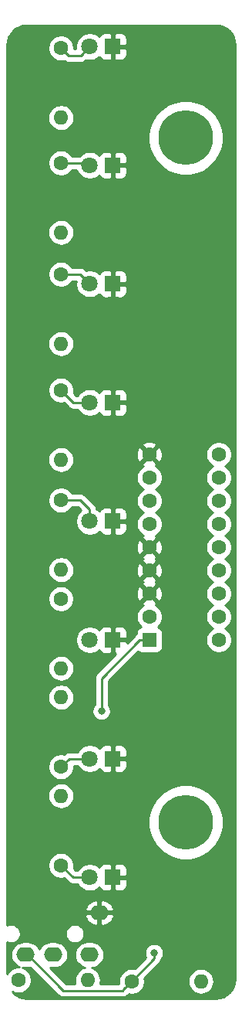
<source format=gbl>
G04 #@! TF.GenerationSoftware,KiCad,Pcbnew,5.1.3-ffb9f22~84~ubuntu16.04.1*
G04 #@! TF.CreationDate,2019-07-25T12:18:42-04:00*
G04 #@! TF.ProjectId,lightbox_pcb,6c696768-7462-46f7-985f-7063622e6b69,rev?*
G04 #@! TF.SameCoordinates,Original*
G04 #@! TF.FileFunction,Copper,L2,Bot*
G04 #@! TF.FilePolarity,Positive*
%FSLAX46Y46*%
G04 Gerber Fmt 4.6, Leading zero omitted, Abs format (unit mm)*
G04 Created by KiCad (PCBNEW 5.1.3-ffb9f22~84~ubuntu16.04.1) date 2019-07-25 12:18:42*
%MOMM*%
%LPD*%
G04 APERTURE LIST*
%ADD10C,6.000000*%
%ADD11R,1.600000X1.600000*%
%ADD12C,1.600000*%
%ADD13O,1.600000X1.600000*%
%ADD14O,2.000000X1.600000*%
%ADD15C,1.800000*%
%ADD16R,1.800000X1.800000*%
%ADD17C,0.800000*%
%ADD18C,0.250000*%
%ADD19C,0.254000*%
G04 APERTURE END LIST*
D10*
X160000000Y-60000000D03*
D11*
X156000000Y-115000000D03*
D12*
X156000000Y-112460000D03*
X156000000Y-109920000D03*
X156000000Y-107380000D03*
X156000000Y-104840000D03*
X156000000Y-102300000D03*
X156000000Y-99760000D03*
X163620000Y-99760000D03*
X163620000Y-102300000D03*
X163620000Y-104840000D03*
X163620000Y-107380000D03*
X163620000Y-109920000D03*
X163620000Y-112460000D03*
X163620000Y-115000000D03*
X156000000Y-97220000D03*
X163620000Y-97220000D03*
X156000000Y-94680000D03*
X163620000Y-94680000D03*
D10*
X160000000Y-135000000D03*
D13*
X161671000Y-152400000D03*
D12*
X154051000Y-152400000D03*
D13*
X149225000Y-152273000D03*
D12*
X141605000Y-152273000D03*
D13*
X146304000Y-132080000D03*
D12*
X146304000Y-139700000D03*
D13*
X146304000Y-121285000D03*
D12*
X146304000Y-128905000D03*
D13*
X146304000Y-118110000D03*
D12*
X146304000Y-110490000D03*
D13*
X146304000Y-95250000D03*
D12*
X146304000Y-87630000D03*
D13*
X146304000Y-82550000D03*
D12*
X146304000Y-74930000D03*
D13*
X146304000Y-70358000D03*
D12*
X146304000Y-62738000D03*
D13*
X146304000Y-57785000D03*
D12*
X146304000Y-50165000D03*
D13*
X146304000Y-107315000D03*
D12*
X146304000Y-99695000D03*
D14*
X150517000Y-144885000D03*
X149417000Y-149485000D03*
X142417000Y-149485000D03*
X145417000Y-149485000D03*
D15*
X149460000Y-141000000D03*
D16*
X152000000Y-141000000D03*
D15*
X149460000Y-128000000D03*
D16*
X152000000Y-128000000D03*
D15*
X149460000Y-115000000D03*
D16*
X152000000Y-115000000D03*
D15*
X149460000Y-89000000D03*
D16*
X152000000Y-89000000D03*
D15*
X149460000Y-76000000D03*
D16*
X152000000Y-76000000D03*
D15*
X149460000Y-63000000D03*
D16*
X152000000Y-63000000D03*
D15*
X149460000Y-50000000D03*
D16*
X152000000Y-50000000D03*
D15*
X149460000Y-102000000D03*
D16*
X152000000Y-102000000D03*
D17*
X158242000Y-143230600D03*
X156530000Y-149286000D03*
X150734998Y-122809000D03*
D18*
X147435370Y-99695000D02*
X146304000Y-99695000D01*
X148427792Y-99695000D02*
X147435370Y-99695000D01*
X149460000Y-100727208D02*
X148427792Y-99695000D01*
X149460000Y-102000000D02*
X149460000Y-100727208D01*
X148495001Y-50964999D02*
X148560001Y-50899999D01*
X147103999Y-50964999D02*
X148495001Y-50964999D01*
X148560001Y-50899999D02*
X149460000Y-50000000D01*
X146304000Y-50165000D02*
X147103999Y-50964999D01*
X149198000Y-62738000D02*
X149460000Y-63000000D01*
X146304000Y-62738000D02*
X149198000Y-62738000D01*
X148390000Y-74930000D02*
X149460000Y-76000000D01*
X146304000Y-74930000D02*
X148390000Y-74930000D01*
X147674000Y-89000000D02*
X149460000Y-89000000D01*
X146304000Y-87630000D02*
X147674000Y-89000000D01*
X147209000Y-128000000D02*
X146304000Y-128905000D01*
X149460000Y-128000000D02*
X147209000Y-128000000D01*
X147604000Y-141000000D02*
X146304000Y-139700000D01*
X149460000Y-141000000D02*
X147604000Y-141000000D01*
X156530000Y-149921000D02*
X154051000Y-152400000D01*
X153052999Y-153398001D02*
X153251001Y-153199999D01*
X146530001Y-153398001D02*
X153052999Y-153398001D01*
X153251001Y-153199999D02*
X154051000Y-152400000D01*
X142617000Y-149485000D02*
X146530001Y-153398001D01*
X156530000Y-149286000D02*
X156530000Y-149921000D01*
X154950000Y-115000000D02*
X156000000Y-115000000D01*
X150734998Y-119215002D02*
X154950000Y-115000000D01*
X150734998Y-122809000D02*
X150734998Y-119215002D01*
D19*
G36*
X163111853Y-47652468D02*
G01*
X163244529Y-47680668D01*
X163254180Y-47681683D01*
X163729051Y-47728244D01*
X164120598Y-47846459D01*
X164481722Y-48038472D01*
X164798680Y-48296977D01*
X165059390Y-48612122D01*
X165253917Y-48971892D01*
X165374863Y-49362606D01*
X165424739Y-49837142D01*
X165427543Y-49850804D01*
X165434711Y-49921369D01*
X165456001Y-49991006D01*
X165456000Y-151930095D01*
X165453532Y-151935853D01*
X165425331Y-152068530D01*
X165424317Y-152078181D01*
X165377756Y-152553051D01*
X165259541Y-152944598D01*
X165067528Y-153305722D01*
X164809023Y-153622680D01*
X164493881Y-153883388D01*
X164134109Y-154077917D01*
X163743393Y-154198863D01*
X163268858Y-154248739D01*
X163255196Y-154251543D01*
X163184631Y-154258711D01*
X163114997Y-154280000D01*
X142709905Y-154280000D01*
X142704147Y-154277532D01*
X142571470Y-154249331D01*
X142561819Y-154248317D01*
X142086949Y-154201756D01*
X141695402Y-154083541D01*
X141334278Y-153891528D01*
X141017320Y-153633023D01*
X140954122Y-153556629D01*
X141186426Y-153652853D01*
X141463665Y-153708000D01*
X141746335Y-153708000D01*
X142023574Y-153652853D01*
X142284727Y-153544680D01*
X142519759Y-153387637D01*
X142719637Y-153187759D01*
X142876680Y-152952727D01*
X142984853Y-152691574D01*
X143040000Y-152414335D01*
X143040000Y-152131665D01*
X142984853Y-151854426D01*
X142876680Y-151593273D01*
X142719637Y-151358241D01*
X142519759Y-151158363D01*
X142284727Y-151001320D01*
X142070276Y-150912492D01*
X142146508Y-150920000D01*
X142687492Y-150920000D01*
X142898309Y-150899236D01*
X142942906Y-150885708D01*
X145966202Y-153909004D01*
X145990000Y-153938002D01*
X146018998Y-153961800D01*
X146105724Y-154032975D01*
X146166671Y-154065552D01*
X146237754Y-154103547D01*
X146381015Y-154147004D01*
X146492668Y-154158001D01*
X146492677Y-154158001D01*
X146530000Y-154161677D01*
X146567323Y-154158001D01*
X153015677Y-154158001D01*
X153052999Y-154161677D01*
X153090321Y-154158001D01*
X153090332Y-154158001D01*
X153201985Y-154147004D01*
X153345246Y-154103547D01*
X153477275Y-154032975D01*
X153593000Y-153938002D01*
X153616803Y-153908998D01*
X153727113Y-153798688D01*
X153909665Y-153835000D01*
X154192335Y-153835000D01*
X154469574Y-153779853D01*
X154730727Y-153671680D01*
X154965759Y-153514637D01*
X155165637Y-153314759D01*
X155322680Y-153079727D01*
X155430853Y-152818574D01*
X155486000Y-152541335D01*
X155486000Y-152400000D01*
X160229057Y-152400000D01*
X160256764Y-152681309D01*
X160338818Y-152951808D01*
X160472068Y-153201101D01*
X160651392Y-153419608D01*
X160869899Y-153598932D01*
X161119192Y-153732182D01*
X161389691Y-153814236D01*
X161600508Y-153835000D01*
X161741492Y-153835000D01*
X161952309Y-153814236D01*
X162222808Y-153732182D01*
X162472101Y-153598932D01*
X162690608Y-153419608D01*
X162869932Y-153201101D01*
X163003182Y-152951808D01*
X163085236Y-152681309D01*
X163112943Y-152400000D01*
X163085236Y-152118691D01*
X163003182Y-151848192D01*
X162869932Y-151598899D01*
X162690608Y-151380392D01*
X162472101Y-151201068D01*
X162222808Y-151067818D01*
X161952309Y-150985764D01*
X161741492Y-150965000D01*
X161600508Y-150965000D01*
X161389691Y-150985764D01*
X161119192Y-151067818D01*
X160869899Y-151201068D01*
X160651392Y-151380392D01*
X160472068Y-151598899D01*
X160338818Y-151848192D01*
X160256764Y-152118691D01*
X160229057Y-152400000D01*
X155486000Y-152400000D01*
X155486000Y-152258665D01*
X155449688Y-152076114D01*
X157041008Y-150484795D01*
X157070001Y-150461001D01*
X157093795Y-150432008D01*
X157093799Y-150432004D01*
X157164973Y-150345277D01*
X157164974Y-150345276D01*
X157235546Y-150213247D01*
X157279003Y-150069986D01*
X157286572Y-149993139D01*
X157333937Y-149945774D01*
X157447205Y-149776256D01*
X157525226Y-149587898D01*
X157565000Y-149387939D01*
X157565000Y-149184061D01*
X157525226Y-148984102D01*
X157447205Y-148795744D01*
X157333937Y-148626226D01*
X157189774Y-148482063D01*
X157020256Y-148368795D01*
X156831898Y-148290774D01*
X156631939Y-148251000D01*
X156428061Y-148251000D01*
X156228102Y-148290774D01*
X156039744Y-148368795D01*
X155870226Y-148482063D01*
X155726063Y-148626226D01*
X155612795Y-148795744D01*
X155534774Y-148984102D01*
X155495000Y-149184061D01*
X155495000Y-149387939D01*
X155534774Y-149587898D01*
X155609030Y-149767167D01*
X154374886Y-151001312D01*
X154192335Y-150965000D01*
X153909665Y-150965000D01*
X153632426Y-151020147D01*
X153371273Y-151128320D01*
X153136241Y-151285363D01*
X152936363Y-151485241D01*
X152779320Y-151720273D01*
X152671147Y-151981426D01*
X152616000Y-152258665D01*
X152616000Y-152541335D01*
X152635228Y-152638001D01*
X150613849Y-152638001D01*
X150639236Y-152554309D01*
X150666943Y-152273000D01*
X150639236Y-151991691D01*
X150557182Y-151721192D01*
X150423932Y-151471899D01*
X150244608Y-151253392D01*
X150026101Y-151074068D01*
X149776808Y-150940818D01*
X149703109Y-150918462D01*
X149898309Y-150899236D01*
X150168808Y-150817182D01*
X150418101Y-150683932D01*
X150636608Y-150504608D01*
X150815932Y-150286101D01*
X150949182Y-150036808D01*
X151031236Y-149766309D01*
X151058943Y-149485000D01*
X151031236Y-149203691D01*
X150949182Y-148933192D01*
X150815932Y-148683899D01*
X150636608Y-148465392D01*
X150418101Y-148286068D01*
X150168808Y-148152818D01*
X149898309Y-148070764D01*
X149687492Y-148050000D01*
X149146508Y-148050000D01*
X148935691Y-148070764D01*
X148665192Y-148152818D01*
X148415899Y-148286068D01*
X148197392Y-148465392D01*
X148018068Y-148683899D01*
X147884818Y-148933192D01*
X147802764Y-149203691D01*
X147775057Y-149485000D01*
X147802764Y-149766309D01*
X147884818Y-150036808D01*
X148018068Y-150286101D01*
X148197392Y-150504608D01*
X148415899Y-150683932D01*
X148665192Y-150817182D01*
X148872981Y-150880213D01*
X148673192Y-150940818D01*
X148423899Y-151074068D01*
X148205392Y-151253392D01*
X148026068Y-151471899D01*
X147892818Y-151721192D01*
X147810764Y-151991691D01*
X147783057Y-152273000D01*
X147810764Y-152554309D01*
X147836151Y-152638001D01*
X146844803Y-152638001D01*
X145124648Y-150917847D01*
X145146508Y-150920000D01*
X145687492Y-150920000D01*
X145898309Y-150899236D01*
X146168808Y-150817182D01*
X146418101Y-150683932D01*
X146636608Y-150504608D01*
X146815932Y-150286101D01*
X146949182Y-150036808D01*
X147031236Y-149766309D01*
X147058943Y-149485000D01*
X147031236Y-149203691D01*
X146949182Y-148933192D01*
X146815932Y-148683899D01*
X146636608Y-148465392D01*
X146418101Y-148286068D01*
X146168808Y-148152818D01*
X145898309Y-148070764D01*
X145687492Y-148050000D01*
X145146508Y-148050000D01*
X144935691Y-148070764D01*
X144665192Y-148152818D01*
X144415899Y-148286068D01*
X144197392Y-148465392D01*
X144018068Y-148683899D01*
X143917000Y-148872984D01*
X143815932Y-148683899D01*
X143636608Y-148465392D01*
X143418101Y-148286068D01*
X143168808Y-148152818D01*
X142898309Y-148070764D01*
X142687492Y-148050000D01*
X142146508Y-148050000D01*
X141935691Y-148070764D01*
X141665192Y-148152818D01*
X141415899Y-148286068D01*
X141197392Y-148465392D01*
X141018068Y-148683899D01*
X140884818Y-148933192D01*
X140802764Y-149203691D01*
X140775057Y-149485000D01*
X140802764Y-149766309D01*
X140884818Y-150036808D01*
X141018068Y-150286101D01*
X141197392Y-150504608D01*
X141415899Y-150683932D01*
X141665192Y-150817182D01*
X141733821Y-150838000D01*
X141463665Y-150838000D01*
X141186426Y-150893147D01*
X140925273Y-151001320D01*
X140690241Y-151158363D01*
X140490363Y-151358241D01*
X140360000Y-151553343D01*
X140360000Y-148115980D01*
X140515102Y-148180226D01*
X140715061Y-148220000D01*
X140918939Y-148220000D01*
X141118898Y-148180226D01*
X141307256Y-148102205D01*
X141476774Y-147988937D01*
X141620937Y-147844774D01*
X141734205Y-147675256D01*
X141812226Y-147486898D01*
X141852000Y-147286939D01*
X141852000Y-147083061D01*
X146782000Y-147083061D01*
X146782000Y-147286939D01*
X146821774Y-147486898D01*
X146899795Y-147675256D01*
X147013063Y-147844774D01*
X147157226Y-147988937D01*
X147326744Y-148102205D01*
X147515102Y-148180226D01*
X147715061Y-148220000D01*
X147918939Y-148220000D01*
X148118898Y-148180226D01*
X148307256Y-148102205D01*
X148476774Y-147988937D01*
X148620937Y-147844774D01*
X148734205Y-147675256D01*
X148812226Y-147486898D01*
X148852000Y-147286939D01*
X148852000Y-147083061D01*
X148812226Y-146883102D01*
X148734205Y-146694744D01*
X148620937Y-146525226D01*
X148476774Y-146381063D01*
X148307256Y-146267795D01*
X148118898Y-146189774D01*
X147918939Y-146150000D01*
X147715061Y-146150000D01*
X147515102Y-146189774D01*
X147326744Y-146267795D01*
X147157226Y-146381063D01*
X147013063Y-146525226D01*
X146899795Y-146694744D01*
X146821774Y-146883102D01*
X146782000Y-147083061D01*
X141852000Y-147083061D01*
X141812226Y-146883102D01*
X141734205Y-146694744D01*
X141620937Y-146525226D01*
X141476774Y-146381063D01*
X141307256Y-146267795D01*
X141118898Y-146189774D01*
X140918939Y-146150000D01*
X140715061Y-146150000D01*
X140515102Y-146189774D01*
X140360000Y-146254020D01*
X140360000Y-145234039D01*
X148925096Y-145234039D01*
X148935556Y-145291730D01*
X149041449Y-145553421D01*
X149196361Y-145789425D01*
X149394338Y-145990673D01*
X149627773Y-146149430D01*
X149887694Y-146259596D01*
X150164113Y-146316937D01*
X150390000Y-146164474D01*
X150390000Y-145012000D01*
X150644000Y-145012000D01*
X150644000Y-146164474D01*
X150869887Y-146316937D01*
X151146306Y-146259596D01*
X151406227Y-146149430D01*
X151639662Y-145990673D01*
X151837639Y-145789425D01*
X151992551Y-145553421D01*
X152098444Y-145291730D01*
X152108904Y-145234039D01*
X151986915Y-145012000D01*
X150644000Y-145012000D01*
X150390000Y-145012000D01*
X149047085Y-145012000D01*
X148925096Y-145234039D01*
X140360000Y-145234039D01*
X140360000Y-144535961D01*
X148925096Y-144535961D01*
X149047085Y-144758000D01*
X150390000Y-144758000D01*
X150390000Y-143605526D01*
X150644000Y-143605526D01*
X150644000Y-144758000D01*
X151986915Y-144758000D01*
X152108904Y-144535961D01*
X152098444Y-144478270D01*
X151992551Y-144216579D01*
X151837639Y-143980575D01*
X151639662Y-143779327D01*
X151406227Y-143620570D01*
X151146306Y-143510404D01*
X150869887Y-143453063D01*
X150644000Y-143605526D01*
X150390000Y-143605526D01*
X150164113Y-143453063D01*
X149887694Y-143510404D01*
X149627773Y-143620570D01*
X149394338Y-143779327D01*
X149196361Y-143980575D01*
X149041449Y-144216579D01*
X148935556Y-144478270D01*
X148925096Y-144535961D01*
X140360000Y-144535961D01*
X140360000Y-139558665D01*
X144869000Y-139558665D01*
X144869000Y-139841335D01*
X144924147Y-140118574D01*
X145032320Y-140379727D01*
X145189363Y-140614759D01*
X145389241Y-140814637D01*
X145624273Y-140971680D01*
X145885426Y-141079853D01*
X146162665Y-141135000D01*
X146445335Y-141135000D01*
X146627886Y-141098688D01*
X147040201Y-141511003D01*
X147063999Y-141540001D01*
X147179724Y-141634974D01*
X147311753Y-141705546D01*
X147455014Y-141749003D01*
X147566667Y-141760000D01*
X147566675Y-141760000D01*
X147604000Y-141763676D01*
X147641325Y-141760000D01*
X148121687Y-141760000D01*
X148267688Y-141978505D01*
X148481495Y-142192312D01*
X148732905Y-142360299D01*
X149012257Y-142476011D01*
X149308816Y-142535000D01*
X149611184Y-142535000D01*
X149907743Y-142476011D01*
X150187095Y-142360299D01*
X150438505Y-142192312D01*
X150504944Y-142125873D01*
X150510498Y-142144180D01*
X150569463Y-142254494D01*
X150648815Y-142351185D01*
X150745506Y-142430537D01*
X150855820Y-142489502D01*
X150975518Y-142525812D01*
X151100000Y-142538072D01*
X151714250Y-142535000D01*
X151873000Y-142376250D01*
X151873000Y-141127000D01*
X152127000Y-141127000D01*
X152127000Y-142376250D01*
X152285750Y-142535000D01*
X152900000Y-142538072D01*
X153024482Y-142525812D01*
X153144180Y-142489502D01*
X153254494Y-142430537D01*
X153351185Y-142351185D01*
X153430537Y-142254494D01*
X153489502Y-142144180D01*
X153525812Y-142024482D01*
X153538072Y-141900000D01*
X153535000Y-141285750D01*
X153376250Y-141127000D01*
X152127000Y-141127000D01*
X151873000Y-141127000D01*
X151853000Y-141127000D01*
X151853000Y-140873000D01*
X151873000Y-140873000D01*
X151873000Y-139623750D01*
X152127000Y-139623750D01*
X152127000Y-140873000D01*
X153376250Y-140873000D01*
X153535000Y-140714250D01*
X153538072Y-140100000D01*
X153525812Y-139975518D01*
X153489502Y-139855820D01*
X153430537Y-139745506D01*
X153351185Y-139648815D01*
X153254494Y-139569463D01*
X153144180Y-139510498D01*
X153024482Y-139474188D01*
X152900000Y-139461928D01*
X152285750Y-139465000D01*
X152127000Y-139623750D01*
X151873000Y-139623750D01*
X151714250Y-139465000D01*
X151100000Y-139461928D01*
X150975518Y-139474188D01*
X150855820Y-139510498D01*
X150745506Y-139569463D01*
X150648815Y-139648815D01*
X150569463Y-139745506D01*
X150510498Y-139855820D01*
X150504944Y-139874127D01*
X150438505Y-139807688D01*
X150187095Y-139639701D01*
X149907743Y-139523989D01*
X149611184Y-139465000D01*
X149308816Y-139465000D01*
X149012257Y-139523989D01*
X148732905Y-139639701D01*
X148481495Y-139807688D01*
X148267688Y-140021495D01*
X148121687Y-140240000D01*
X147918802Y-140240000D01*
X147702688Y-140023886D01*
X147739000Y-139841335D01*
X147739000Y-139558665D01*
X147683853Y-139281426D01*
X147575680Y-139020273D01*
X147418637Y-138785241D01*
X147218759Y-138585363D01*
X146983727Y-138428320D01*
X146722574Y-138320147D01*
X146445335Y-138265000D01*
X146162665Y-138265000D01*
X145885426Y-138320147D01*
X145624273Y-138428320D01*
X145389241Y-138585363D01*
X145189363Y-138785241D01*
X145032320Y-139020273D01*
X144924147Y-139281426D01*
X144869000Y-139558665D01*
X140360000Y-139558665D01*
X140360000Y-134593526D01*
X155873000Y-134593526D01*
X155873000Y-135406474D01*
X156031598Y-136203802D01*
X156342700Y-136954868D01*
X156794350Y-137630809D01*
X157369191Y-138205650D01*
X158045132Y-138657300D01*
X158796198Y-138968402D01*
X159593526Y-139127000D01*
X160406474Y-139127000D01*
X161203802Y-138968402D01*
X161954868Y-138657300D01*
X162630809Y-138205650D01*
X163205650Y-137630809D01*
X163657300Y-136954868D01*
X163968402Y-136203802D01*
X164127000Y-135406474D01*
X164127000Y-134593526D01*
X163968402Y-133796198D01*
X163657300Y-133045132D01*
X163205650Y-132369191D01*
X162630809Y-131794350D01*
X161954868Y-131342700D01*
X161203802Y-131031598D01*
X160406474Y-130873000D01*
X159593526Y-130873000D01*
X158796198Y-131031598D01*
X158045132Y-131342700D01*
X157369191Y-131794350D01*
X156794350Y-132369191D01*
X156342700Y-133045132D01*
X156031598Y-133796198D01*
X155873000Y-134593526D01*
X140360000Y-134593526D01*
X140360000Y-132080000D01*
X144862057Y-132080000D01*
X144889764Y-132361309D01*
X144971818Y-132631808D01*
X145105068Y-132881101D01*
X145284392Y-133099608D01*
X145502899Y-133278932D01*
X145752192Y-133412182D01*
X146022691Y-133494236D01*
X146233508Y-133515000D01*
X146374492Y-133515000D01*
X146585309Y-133494236D01*
X146855808Y-133412182D01*
X147105101Y-133278932D01*
X147323608Y-133099608D01*
X147502932Y-132881101D01*
X147636182Y-132631808D01*
X147718236Y-132361309D01*
X147745943Y-132080000D01*
X147718236Y-131798691D01*
X147636182Y-131528192D01*
X147502932Y-131278899D01*
X147323608Y-131060392D01*
X147105101Y-130881068D01*
X146855808Y-130747818D01*
X146585309Y-130665764D01*
X146374492Y-130645000D01*
X146233508Y-130645000D01*
X146022691Y-130665764D01*
X145752192Y-130747818D01*
X145502899Y-130881068D01*
X145284392Y-131060392D01*
X145105068Y-131278899D01*
X144971818Y-131528192D01*
X144889764Y-131798691D01*
X144862057Y-132080000D01*
X140360000Y-132080000D01*
X140360000Y-128763665D01*
X144869000Y-128763665D01*
X144869000Y-129046335D01*
X144924147Y-129323574D01*
X145032320Y-129584727D01*
X145189363Y-129819759D01*
X145389241Y-130019637D01*
X145624273Y-130176680D01*
X145885426Y-130284853D01*
X146162665Y-130340000D01*
X146445335Y-130340000D01*
X146722574Y-130284853D01*
X146983727Y-130176680D01*
X147218759Y-130019637D01*
X147418637Y-129819759D01*
X147575680Y-129584727D01*
X147683853Y-129323574D01*
X147739000Y-129046335D01*
X147739000Y-128763665D01*
X147738271Y-128760000D01*
X148121687Y-128760000D01*
X148267688Y-128978505D01*
X148481495Y-129192312D01*
X148732905Y-129360299D01*
X149012257Y-129476011D01*
X149308816Y-129535000D01*
X149611184Y-129535000D01*
X149907743Y-129476011D01*
X150187095Y-129360299D01*
X150438505Y-129192312D01*
X150504944Y-129125873D01*
X150510498Y-129144180D01*
X150569463Y-129254494D01*
X150648815Y-129351185D01*
X150745506Y-129430537D01*
X150855820Y-129489502D01*
X150975518Y-129525812D01*
X151100000Y-129538072D01*
X151714250Y-129535000D01*
X151873000Y-129376250D01*
X151873000Y-128127000D01*
X152127000Y-128127000D01*
X152127000Y-129376250D01*
X152285750Y-129535000D01*
X152900000Y-129538072D01*
X153024482Y-129525812D01*
X153144180Y-129489502D01*
X153254494Y-129430537D01*
X153351185Y-129351185D01*
X153430537Y-129254494D01*
X153489502Y-129144180D01*
X153525812Y-129024482D01*
X153538072Y-128900000D01*
X153535000Y-128285750D01*
X153376250Y-128127000D01*
X152127000Y-128127000D01*
X151873000Y-128127000D01*
X151853000Y-128127000D01*
X151853000Y-127873000D01*
X151873000Y-127873000D01*
X151873000Y-126623750D01*
X152127000Y-126623750D01*
X152127000Y-127873000D01*
X153376250Y-127873000D01*
X153535000Y-127714250D01*
X153538072Y-127100000D01*
X153525812Y-126975518D01*
X153489502Y-126855820D01*
X153430537Y-126745506D01*
X153351185Y-126648815D01*
X153254494Y-126569463D01*
X153144180Y-126510498D01*
X153024482Y-126474188D01*
X152900000Y-126461928D01*
X152285750Y-126465000D01*
X152127000Y-126623750D01*
X151873000Y-126623750D01*
X151714250Y-126465000D01*
X151100000Y-126461928D01*
X150975518Y-126474188D01*
X150855820Y-126510498D01*
X150745506Y-126569463D01*
X150648815Y-126648815D01*
X150569463Y-126745506D01*
X150510498Y-126855820D01*
X150504944Y-126874127D01*
X150438505Y-126807688D01*
X150187095Y-126639701D01*
X149907743Y-126523989D01*
X149611184Y-126465000D01*
X149308816Y-126465000D01*
X149012257Y-126523989D01*
X148732905Y-126639701D01*
X148481495Y-126807688D01*
X148267688Y-127021495D01*
X148121687Y-127240000D01*
X147246322Y-127240000D01*
X147208999Y-127236324D01*
X147171676Y-127240000D01*
X147171667Y-127240000D01*
X147060014Y-127250997D01*
X146916753Y-127294454D01*
X146784724Y-127365026D01*
X146668999Y-127459999D01*
X146645201Y-127488997D01*
X146627886Y-127506312D01*
X146445335Y-127470000D01*
X146162665Y-127470000D01*
X145885426Y-127525147D01*
X145624273Y-127633320D01*
X145389241Y-127790363D01*
X145189363Y-127990241D01*
X145032320Y-128225273D01*
X144924147Y-128486426D01*
X144869000Y-128763665D01*
X140360000Y-128763665D01*
X140360000Y-121285000D01*
X144862057Y-121285000D01*
X144889764Y-121566309D01*
X144971818Y-121836808D01*
X145105068Y-122086101D01*
X145284392Y-122304608D01*
X145502899Y-122483932D01*
X145752192Y-122617182D01*
X146022691Y-122699236D01*
X146233508Y-122720000D01*
X146374492Y-122720000D01*
X146505861Y-122707061D01*
X149699998Y-122707061D01*
X149699998Y-122910939D01*
X149739772Y-123110898D01*
X149817793Y-123299256D01*
X149931061Y-123468774D01*
X150075224Y-123612937D01*
X150244742Y-123726205D01*
X150433100Y-123804226D01*
X150633059Y-123844000D01*
X150836937Y-123844000D01*
X151036896Y-123804226D01*
X151225254Y-123726205D01*
X151394772Y-123612937D01*
X151538935Y-123468774D01*
X151652203Y-123299256D01*
X151730224Y-123110898D01*
X151769998Y-122910939D01*
X151769998Y-122707061D01*
X151730224Y-122507102D01*
X151652203Y-122318744D01*
X151538935Y-122149226D01*
X151494998Y-122105289D01*
X151494998Y-119529803D01*
X154762437Y-116262365D01*
X154845506Y-116330537D01*
X154955820Y-116389502D01*
X155075518Y-116425812D01*
X155200000Y-116438072D01*
X156800000Y-116438072D01*
X156924482Y-116425812D01*
X157044180Y-116389502D01*
X157154494Y-116330537D01*
X157251185Y-116251185D01*
X157330537Y-116154494D01*
X157389502Y-116044180D01*
X157425812Y-115924482D01*
X157438072Y-115800000D01*
X157438072Y-114200000D01*
X157425812Y-114075518D01*
X157389502Y-113955820D01*
X157330537Y-113845506D01*
X157251185Y-113748815D01*
X157154494Y-113669463D01*
X157044180Y-113610498D01*
X156924482Y-113574188D01*
X156916039Y-113573357D01*
X157114637Y-113374759D01*
X157271680Y-113139727D01*
X157379853Y-112878574D01*
X157435000Y-112601335D01*
X157435000Y-112318665D01*
X157379853Y-112041426D01*
X157271680Y-111780273D01*
X157114637Y-111545241D01*
X156914759Y-111345363D01*
X156680872Y-111189085D01*
X156741514Y-111156671D01*
X156813097Y-110912702D01*
X156000000Y-110099605D01*
X155186903Y-110912702D01*
X155258486Y-111156671D01*
X155322992Y-111187194D01*
X155320273Y-111188320D01*
X155085241Y-111345363D01*
X154885363Y-111545241D01*
X154728320Y-111780273D01*
X154620147Y-112041426D01*
X154565000Y-112318665D01*
X154565000Y-112601335D01*
X154620147Y-112878574D01*
X154728320Y-113139727D01*
X154885363Y-113374759D01*
X155083961Y-113573357D01*
X155075518Y-113574188D01*
X154955820Y-113610498D01*
X154845506Y-113669463D01*
X154748815Y-113748815D01*
X154669463Y-113845506D01*
X154610498Y-113955820D01*
X154574188Y-114075518D01*
X154561928Y-114200000D01*
X154561928Y-114345674D01*
X154525723Y-114365026D01*
X154442083Y-114433668D01*
X154409999Y-114459999D01*
X154386201Y-114488997D01*
X153535271Y-115339927D01*
X153535000Y-115285750D01*
X153376250Y-115127000D01*
X152127000Y-115127000D01*
X152127000Y-116376250D01*
X152285750Y-116535000D01*
X152339928Y-116535271D01*
X150223996Y-118651203D01*
X150194998Y-118675001D01*
X150171200Y-118703999D01*
X150171199Y-118704000D01*
X150100024Y-118790726D01*
X150029452Y-118922756D01*
X149985996Y-119066017D01*
X149971322Y-119215002D01*
X149974999Y-119252334D01*
X149974998Y-122105289D01*
X149931061Y-122149226D01*
X149817793Y-122318744D01*
X149739772Y-122507102D01*
X149699998Y-122707061D01*
X146505861Y-122707061D01*
X146585309Y-122699236D01*
X146855808Y-122617182D01*
X147105101Y-122483932D01*
X147323608Y-122304608D01*
X147502932Y-122086101D01*
X147636182Y-121836808D01*
X147718236Y-121566309D01*
X147745943Y-121285000D01*
X147718236Y-121003691D01*
X147636182Y-120733192D01*
X147502932Y-120483899D01*
X147323608Y-120265392D01*
X147105101Y-120086068D01*
X146855808Y-119952818D01*
X146585309Y-119870764D01*
X146374492Y-119850000D01*
X146233508Y-119850000D01*
X146022691Y-119870764D01*
X145752192Y-119952818D01*
X145502899Y-120086068D01*
X145284392Y-120265392D01*
X145105068Y-120483899D01*
X144971818Y-120733192D01*
X144889764Y-121003691D01*
X144862057Y-121285000D01*
X140360000Y-121285000D01*
X140360000Y-118110000D01*
X144862057Y-118110000D01*
X144889764Y-118391309D01*
X144971818Y-118661808D01*
X145105068Y-118911101D01*
X145284392Y-119129608D01*
X145502899Y-119308932D01*
X145752192Y-119442182D01*
X146022691Y-119524236D01*
X146233508Y-119545000D01*
X146374492Y-119545000D01*
X146585309Y-119524236D01*
X146855808Y-119442182D01*
X147105101Y-119308932D01*
X147323608Y-119129608D01*
X147502932Y-118911101D01*
X147636182Y-118661808D01*
X147718236Y-118391309D01*
X147745943Y-118110000D01*
X147718236Y-117828691D01*
X147636182Y-117558192D01*
X147502932Y-117308899D01*
X147323608Y-117090392D01*
X147105101Y-116911068D01*
X146855808Y-116777818D01*
X146585309Y-116695764D01*
X146374492Y-116675000D01*
X146233508Y-116675000D01*
X146022691Y-116695764D01*
X145752192Y-116777818D01*
X145502899Y-116911068D01*
X145284392Y-117090392D01*
X145105068Y-117308899D01*
X144971818Y-117558192D01*
X144889764Y-117828691D01*
X144862057Y-118110000D01*
X140360000Y-118110000D01*
X140360000Y-114848816D01*
X147925000Y-114848816D01*
X147925000Y-115151184D01*
X147983989Y-115447743D01*
X148099701Y-115727095D01*
X148267688Y-115978505D01*
X148481495Y-116192312D01*
X148732905Y-116360299D01*
X149012257Y-116476011D01*
X149308816Y-116535000D01*
X149611184Y-116535000D01*
X149907743Y-116476011D01*
X150187095Y-116360299D01*
X150438505Y-116192312D01*
X150504944Y-116125873D01*
X150510498Y-116144180D01*
X150569463Y-116254494D01*
X150648815Y-116351185D01*
X150745506Y-116430537D01*
X150855820Y-116489502D01*
X150975518Y-116525812D01*
X151100000Y-116538072D01*
X151714250Y-116535000D01*
X151873000Y-116376250D01*
X151873000Y-115127000D01*
X151853000Y-115127000D01*
X151853000Y-114873000D01*
X151873000Y-114873000D01*
X151873000Y-113623750D01*
X152127000Y-113623750D01*
X152127000Y-114873000D01*
X153376250Y-114873000D01*
X153535000Y-114714250D01*
X153538072Y-114100000D01*
X153525812Y-113975518D01*
X153489502Y-113855820D01*
X153430537Y-113745506D01*
X153351185Y-113648815D01*
X153254494Y-113569463D01*
X153144180Y-113510498D01*
X153024482Y-113474188D01*
X152900000Y-113461928D01*
X152285750Y-113465000D01*
X152127000Y-113623750D01*
X151873000Y-113623750D01*
X151714250Y-113465000D01*
X151100000Y-113461928D01*
X150975518Y-113474188D01*
X150855820Y-113510498D01*
X150745506Y-113569463D01*
X150648815Y-113648815D01*
X150569463Y-113745506D01*
X150510498Y-113855820D01*
X150504944Y-113874127D01*
X150438505Y-113807688D01*
X150187095Y-113639701D01*
X149907743Y-113523989D01*
X149611184Y-113465000D01*
X149308816Y-113465000D01*
X149012257Y-113523989D01*
X148732905Y-113639701D01*
X148481495Y-113807688D01*
X148267688Y-114021495D01*
X148099701Y-114272905D01*
X147983989Y-114552257D01*
X147925000Y-114848816D01*
X140360000Y-114848816D01*
X140360000Y-110348665D01*
X144869000Y-110348665D01*
X144869000Y-110631335D01*
X144924147Y-110908574D01*
X145032320Y-111169727D01*
X145189363Y-111404759D01*
X145389241Y-111604637D01*
X145624273Y-111761680D01*
X145885426Y-111869853D01*
X146162665Y-111925000D01*
X146445335Y-111925000D01*
X146722574Y-111869853D01*
X146983727Y-111761680D01*
X147218759Y-111604637D01*
X147418637Y-111404759D01*
X147575680Y-111169727D01*
X147683853Y-110908574D01*
X147739000Y-110631335D01*
X147739000Y-110348665D01*
X147683853Y-110071426D01*
X147650338Y-109990512D01*
X154559783Y-109990512D01*
X154601213Y-110270130D01*
X154696397Y-110536292D01*
X154763329Y-110661514D01*
X155007298Y-110733097D01*
X155820395Y-109920000D01*
X156179605Y-109920000D01*
X156992702Y-110733097D01*
X157236671Y-110661514D01*
X157357571Y-110406004D01*
X157426300Y-110131816D01*
X157440217Y-109849488D01*
X157398787Y-109569870D01*
X157303603Y-109303708D01*
X157236671Y-109178486D01*
X156992702Y-109106903D01*
X156179605Y-109920000D01*
X155820395Y-109920000D01*
X155007298Y-109106903D01*
X154763329Y-109178486D01*
X154642429Y-109433996D01*
X154573700Y-109708184D01*
X154559783Y-109990512D01*
X147650338Y-109990512D01*
X147575680Y-109810273D01*
X147418637Y-109575241D01*
X147218759Y-109375363D01*
X146983727Y-109218320D01*
X146722574Y-109110147D01*
X146445335Y-109055000D01*
X146162665Y-109055000D01*
X145885426Y-109110147D01*
X145624273Y-109218320D01*
X145389241Y-109375363D01*
X145189363Y-109575241D01*
X145032320Y-109810273D01*
X144924147Y-110071426D01*
X144869000Y-110348665D01*
X140360000Y-110348665D01*
X140360000Y-107315000D01*
X144862057Y-107315000D01*
X144889764Y-107596309D01*
X144971818Y-107866808D01*
X145105068Y-108116101D01*
X145284392Y-108334608D01*
X145502899Y-108513932D01*
X145752192Y-108647182D01*
X146022691Y-108729236D01*
X146233508Y-108750000D01*
X146374492Y-108750000D01*
X146585309Y-108729236D01*
X146855808Y-108647182D01*
X147105101Y-108513932D01*
X147277190Y-108372702D01*
X155186903Y-108372702D01*
X155258486Y-108616671D01*
X155324636Y-108647971D01*
X155258486Y-108683329D01*
X155186903Y-108927298D01*
X156000000Y-109740395D01*
X156813097Y-108927298D01*
X156741514Y-108683329D01*
X156675364Y-108652029D01*
X156741514Y-108616671D01*
X156813097Y-108372702D01*
X156000000Y-107559605D01*
X155186903Y-108372702D01*
X147277190Y-108372702D01*
X147323608Y-108334608D01*
X147502932Y-108116101D01*
X147636182Y-107866808D01*
X147718236Y-107596309D01*
X147732596Y-107450512D01*
X154559783Y-107450512D01*
X154601213Y-107730130D01*
X154696397Y-107996292D01*
X154763329Y-108121514D01*
X155007298Y-108193097D01*
X155820395Y-107380000D01*
X156179605Y-107380000D01*
X156992702Y-108193097D01*
X157236671Y-108121514D01*
X157357571Y-107866004D01*
X157426300Y-107591816D01*
X157440217Y-107309488D01*
X157398787Y-107029870D01*
X157303603Y-106763708D01*
X157236671Y-106638486D01*
X156992702Y-106566903D01*
X156179605Y-107380000D01*
X155820395Y-107380000D01*
X155007298Y-106566903D01*
X154763329Y-106638486D01*
X154642429Y-106893996D01*
X154573700Y-107168184D01*
X154559783Y-107450512D01*
X147732596Y-107450512D01*
X147745943Y-107315000D01*
X147718236Y-107033691D01*
X147636182Y-106763192D01*
X147502932Y-106513899D01*
X147323608Y-106295392D01*
X147105101Y-106116068D01*
X146855808Y-105982818D01*
X146585309Y-105900764D01*
X146374492Y-105880000D01*
X146233508Y-105880000D01*
X146022691Y-105900764D01*
X145752192Y-105982818D01*
X145502899Y-106116068D01*
X145284392Y-106295392D01*
X145105068Y-106513899D01*
X144971818Y-106763192D01*
X144889764Y-107033691D01*
X144862057Y-107315000D01*
X140360000Y-107315000D01*
X140360000Y-105832702D01*
X155186903Y-105832702D01*
X155258486Y-106076671D01*
X155324636Y-106107971D01*
X155258486Y-106143329D01*
X155186903Y-106387298D01*
X156000000Y-107200395D01*
X156813097Y-106387298D01*
X156741514Y-106143329D01*
X156675364Y-106112029D01*
X156741514Y-106076671D01*
X156813097Y-105832702D01*
X156000000Y-105019605D01*
X155186903Y-105832702D01*
X140360000Y-105832702D01*
X140360000Y-104910512D01*
X154559783Y-104910512D01*
X154601213Y-105190130D01*
X154696397Y-105456292D01*
X154763329Y-105581514D01*
X155007298Y-105653097D01*
X155820395Y-104840000D01*
X156179605Y-104840000D01*
X156992702Y-105653097D01*
X157236671Y-105581514D01*
X157357571Y-105326004D01*
X157426300Y-105051816D01*
X157440217Y-104769488D01*
X157398787Y-104489870D01*
X157303603Y-104223708D01*
X157236671Y-104098486D01*
X156992702Y-104026903D01*
X156179605Y-104840000D01*
X155820395Y-104840000D01*
X155007298Y-104026903D01*
X154763329Y-104098486D01*
X154642429Y-104353996D01*
X154573700Y-104628184D01*
X154559783Y-104910512D01*
X140360000Y-104910512D01*
X140360000Y-99553665D01*
X144869000Y-99553665D01*
X144869000Y-99836335D01*
X144924147Y-100113574D01*
X145032320Y-100374727D01*
X145189363Y-100609759D01*
X145389241Y-100809637D01*
X145624273Y-100966680D01*
X145885426Y-101074853D01*
X146162665Y-101130000D01*
X146445335Y-101130000D01*
X146722574Y-101074853D01*
X146983727Y-100966680D01*
X147218759Y-100809637D01*
X147418637Y-100609759D01*
X147522043Y-100455000D01*
X148112991Y-100455000D01*
X148473587Y-100815596D01*
X148267688Y-101021495D01*
X148099701Y-101272905D01*
X147983989Y-101552257D01*
X147925000Y-101848816D01*
X147925000Y-102151184D01*
X147983989Y-102447743D01*
X148099701Y-102727095D01*
X148267688Y-102978505D01*
X148481495Y-103192312D01*
X148732905Y-103360299D01*
X149012257Y-103476011D01*
X149308816Y-103535000D01*
X149611184Y-103535000D01*
X149907743Y-103476011D01*
X150187095Y-103360299D01*
X150438505Y-103192312D01*
X150504944Y-103125873D01*
X150510498Y-103144180D01*
X150569463Y-103254494D01*
X150648815Y-103351185D01*
X150745506Y-103430537D01*
X150855820Y-103489502D01*
X150975518Y-103525812D01*
X151100000Y-103538072D01*
X151714250Y-103535000D01*
X151873000Y-103376250D01*
X151873000Y-102127000D01*
X152127000Y-102127000D01*
X152127000Y-103376250D01*
X152285750Y-103535000D01*
X152900000Y-103538072D01*
X153024482Y-103525812D01*
X153144180Y-103489502D01*
X153254494Y-103430537D01*
X153351185Y-103351185D01*
X153430537Y-103254494D01*
X153489502Y-103144180D01*
X153525812Y-103024482D01*
X153538072Y-102900000D01*
X153535000Y-102285750D01*
X153376250Y-102127000D01*
X152127000Y-102127000D01*
X151873000Y-102127000D01*
X151853000Y-102127000D01*
X151853000Y-101873000D01*
X151873000Y-101873000D01*
X151873000Y-100623750D01*
X152127000Y-100623750D01*
X152127000Y-101873000D01*
X153376250Y-101873000D01*
X153535000Y-101714250D01*
X153538072Y-101100000D01*
X153525812Y-100975518D01*
X153489502Y-100855820D01*
X153430537Y-100745506D01*
X153351185Y-100648815D01*
X153254494Y-100569463D01*
X153144180Y-100510498D01*
X153024482Y-100474188D01*
X152900000Y-100461928D01*
X152285750Y-100465000D01*
X152127000Y-100623750D01*
X151873000Y-100623750D01*
X151714250Y-100465000D01*
X151100000Y-100461928D01*
X150975518Y-100474188D01*
X150855820Y-100510498D01*
X150745506Y-100569463D01*
X150648815Y-100648815D01*
X150569463Y-100745506D01*
X150510498Y-100855820D01*
X150504944Y-100874127D01*
X150438505Y-100807688D01*
X150217028Y-100659702D01*
X150209003Y-100578222D01*
X150165546Y-100434961D01*
X150094974Y-100302932D01*
X150000001Y-100187207D01*
X149971003Y-100163409D01*
X148991596Y-99184002D01*
X148967793Y-99154999D01*
X148852068Y-99060026D01*
X148720039Y-98989454D01*
X148576778Y-98945997D01*
X148465125Y-98935000D01*
X148465114Y-98935000D01*
X148427792Y-98931324D01*
X148390470Y-98935000D01*
X147522043Y-98935000D01*
X147418637Y-98780241D01*
X147218759Y-98580363D01*
X146983727Y-98423320D01*
X146722574Y-98315147D01*
X146445335Y-98260000D01*
X146162665Y-98260000D01*
X145885426Y-98315147D01*
X145624273Y-98423320D01*
X145389241Y-98580363D01*
X145189363Y-98780241D01*
X145032320Y-99015273D01*
X144924147Y-99276426D01*
X144869000Y-99553665D01*
X140360000Y-99553665D01*
X140360000Y-97078665D01*
X154565000Y-97078665D01*
X154565000Y-97361335D01*
X154620147Y-97638574D01*
X154728320Y-97899727D01*
X154885363Y-98134759D01*
X155085241Y-98334637D01*
X155317759Y-98490000D01*
X155085241Y-98645363D01*
X154885363Y-98845241D01*
X154728320Y-99080273D01*
X154620147Y-99341426D01*
X154565000Y-99618665D01*
X154565000Y-99901335D01*
X154620147Y-100178574D01*
X154728320Y-100439727D01*
X154885363Y-100674759D01*
X155085241Y-100874637D01*
X155317759Y-101030000D01*
X155085241Y-101185363D01*
X154885363Y-101385241D01*
X154728320Y-101620273D01*
X154620147Y-101881426D01*
X154565000Y-102158665D01*
X154565000Y-102441335D01*
X154620147Y-102718574D01*
X154728320Y-102979727D01*
X154885363Y-103214759D01*
X155085241Y-103414637D01*
X155319128Y-103570915D01*
X155258486Y-103603329D01*
X155186903Y-103847298D01*
X156000000Y-104660395D01*
X156813097Y-103847298D01*
X156741514Y-103603329D01*
X156677008Y-103572806D01*
X156679727Y-103571680D01*
X156914759Y-103414637D01*
X157114637Y-103214759D01*
X157271680Y-102979727D01*
X157379853Y-102718574D01*
X157435000Y-102441335D01*
X157435000Y-102158665D01*
X157379853Y-101881426D01*
X157271680Y-101620273D01*
X157114637Y-101385241D01*
X156914759Y-101185363D01*
X156682241Y-101030000D01*
X156914759Y-100874637D01*
X157114637Y-100674759D01*
X157271680Y-100439727D01*
X157379853Y-100178574D01*
X157435000Y-99901335D01*
X157435000Y-99618665D01*
X157379853Y-99341426D01*
X157271680Y-99080273D01*
X157114637Y-98845241D01*
X156914759Y-98645363D01*
X156682241Y-98490000D01*
X156914759Y-98334637D01*
X157114637Y-98134759D01*
X157271680Y-97899727D01*
X157379853Y-97638574D01*
X157435000Y-97361335D01*
X157435000Y-97078665D01*
X157379853Y-96801426D01*
X157271680Y-96540273D01*
X157114637Y-96305241D01*
X156914759Y-96105363D01*
X156680872Y-95949085D01*
X156741514Y-95916671D01*
X156813097Y-95672702D01*
X156000000Y-94859605D01*
X155186903Y-95672702D01*
X155258486Y-95916671D01*
X155322992Y-95947194D01*
X155320273Y-95948320D01*
X155085241Y-96105363D01*
X154885363Y-96305241D01*
X154728320Y-96540273D01*
X154620147Y-96801426D01*
X154565000Y-97078665D01*
X140360000Y-97078665D01*
X140360000Y-95250000D01*
X144862057Y-95250000D01*
X144889764Y-95531309D01*
X144971818Y-95801808D01*
X145105068Y-96051101D01*
X145284392Y-96269608D01*
X145502899Y-96448932D01*
X145752192Y-96582182D01*
X146022691Y-96664236D01*
X146233508Y-96685000D01*
X146374492Y-96685000D01*
X146585309Y-96664236D01*
X146855808Y-96582182D01*
X147105101Y-96448932D01*
X147323608Y-96269608D01*
X147502932Y-96051101D01*
X147636182Y-95801808D01*
X147718236Y-95531309D01*
X147745943Y-95250000D01*
X147718236Y-94968691D01*
X147652053Y-94750512D01*
X154559783Y-94750512D01*
X154601213Y-95030130D01*
X154696397Y-95296292D01*
X154763329Y-95421514D01*
X155007298Y-95493097D01*
X155820395Y-94680000D01*
X156179605Y-94680000D01*
X156992702Y-95493097D01*
X157236671Y-95421514D01*
X157357571Y-95166004D01*
X157426300Y-94891816D01*
X157440217Y-94609488D01*
X157429724Y-94538665D01*
X162185000Y-94538665D01*
X162185000Y-94821335D01*
X162240147Y-95098574D01*
X162348320Y-95359727D01*
X162505363Y-95594759D01*
X162705241Y-95794637D01*
X162937759Y-95950000D01*
X162705241Y-96105363D01*
X162505363Y-96305241D01*
X162348320Y-96540273D01*
X162240147Y-96801426D01*
X162185000Y-97078665D01*
X162185000Y-97361335D01*
X162240147Y-97638574D01*
X162348320Y-97899727D01*
X162505363Y-98134759D01*
X162705241Y-98334637D01*
X162937759Y-98490000D01*
X162705241Y-98645363D01*
X162505363Y-98845241D01*
X162348320Y-99080273D01*
X162240147Y-99341426D01*
X162185000Y-99618665D01*
X162185000Y-99901335D01*
X162240147Y-100178574D01*
X162348320Y-100439727D01*
X162505363Y-100674759D01*
X162705241Y-100874637D01*
X162937759Y-101030000D01*
X162705241Y-101185363D01*
X162505363Y-101385241D01*
X162348320Y-101620273D01*
X162240147Y-101881426D01*
X162185000Y-102158665D01*
X162185000Y-102441335D01*
X162240147Y-102718574D01*
X162348320Y-102979727D01*
X162505363Y-103214759D01*
X162705241Y-103414637D01*
X162937759Y-103570000D01*
X162705241Y-103725363D01*
X162505363Y-103925241D01*
X162348320Y-104160273D01*
X162240147Y-104421426D01*
X162185000Y-104698665D01*
X162185000Y-104981335D01*
X162240147Y-105258574D01*
X162348320Y-105519727D01*
X162505363Y-105754759D01*
X162705241Y-105954637D01*
X162937759Y-106110000D01*
X162705241Y-106265363D01*
X162505363Y-106465241D01*
X162348320Y-106700273D01*
X162240147Y-106961426D01*
X162185000Y-107238665D01*
X162185000Y-107521335D01*
X162240147Y-107798574D01*
X162348320Y-108059727D01*
X162505363Y-108294759D01*
X162705241Y-108494637D01*
X162937759Y-108650000D01*
X162705241Y-108805363D01*
X162505363Y-109005241D01*
X162348320Y-109240273D01*
X162240147Y-109501426D01*
X162185000Y-109778665D01*
X162185000Y-110061335D01*
X162240147Y-110338574D01*
X162348320Y-110599727D01*
X162505363Y-110834759D01*
X162705241Y-111034637D01*
X162937759Y-111190000D01*
X162705241Y-111345363D01*
X162505363Y-111545241D01*
X162348320Y-111780273D01*
X162240147Y-112041426D01*
X162185000Y-112318665D01*
X162185000Y-112601335D01*
X162240147Y-112878574D01*
X162348320Y-113139727D01*
X162505363Y-113374759D01*
X162705241Y-113574637D01*
X162937759Y-113730000D01*
X162705241Y-113885363D01*
X162505363Y-114085241D01*
X162348320Y-114320273D01*
X162240147Y-114581426D01*
X162185000Y-114858665D01*
X162185000Y-115141335D01*
X162240147Y-115418574D01*
X162348320Y-115679727D01*
X162505363Y-115914759D01*
X162705241Y-116114637D01*
X162940273Y-116271680D01*
X163201426Y-116379853D01*
X163478665Y-116435000D01*
X163761335Y-116435000D01*
X164038574Y-116379853D01*
X164299727Y-116271680D01*
X164534759Y-116114637D01*
X164734637Y-115914759D01*
X164891680Y-115679727D01*
X164999853Y-115418574D01*
X165055000Y-115141335D01*
X165055000Y-114858665D01*
X164999853Y-114581426D01*
X164891680Y-114320273D01*
X164734637Y-114085241D01*
X164534759Y-113885363D01*
X164302241Y-113730000D01*
X164534759Y-113574637D01*
X164734637Y-113374759D01*
X164891680Y-113139727D01*
X164999853Y-112878574D01*
X165055000Y-112601335D01*
X165055000Y-112318665D01*
X164999853Y-112041426D01*
X164891680Y-111780273D01*
X164734637Y-111545241D01*
X164534759Y-111345363D01*
X164302241Y-111190000D01*
X164534759Y-111034637D01*
X164734637Y-110834759D01*
X164891680Y-110599727D01*
X164999853Y-110338574D01*
X165055000Y-110061335D01*
X165055000Y-109778665D01*
X164999853Y-109501426D01*
X164891680Y-109240273D01*
X164734637Y-109005241D01*
X164534759Y-108805363D01*
X164302241Y-108650000D01*
X164534759Y-108494637D01*
X164734637Y-108294759D01*
X164891680Y-108059727D01*
X164999853Y-107798574D01*
X165055000Y-107521335D01*
X165055000Y-107238665D01*
X164999853Y-106961426D01*
X164891680Y-106700273D01*
X164734637Y-106465241D01*
X164534759Y-106265363D01*
X164302241Y-106110000D01*
X164534759Y-105954637D01*
X164734637Y-105754759D01*
X164891680Y-105519727D01*
X164999853Y-105258574D01*
X165055000Y-104981335D01*
X165055000Y-104698665D01*
X164999853Y-104421426D01*
X164891680Y-104160273D01*
X164734637Y-103925241D01*
X164534759Y-103725363D01*
X164302241Y-103570000D01*
X164534759Y-103414637D01*
X164734637Y-103214759D01*
X164891680Y-102979727D01*
X164999853Y-102718574D01*
X165055000Y-102441335D01*
X165055000Y-102158665D01*
X164999853Y-101881426D01*
X164891680Y-101620273D01*
X164734637Y-101385241D01*
X164534759Y-101185363D01*
X164302241Y-101030000D01*
X164534759Y-100874637D01*
X164734637Y-100674759D01*
X164891680Y-100439727D01*
X164999853Y-100178574D01*
X165055000Y-99901335D01*
X165055000Y-99618665D01*
X164999853Y-99341426D01*
X164891680Y-99080273D01*
X164734637Y-98845241D01*
X164534759Y-98645363D01*
X164302241Y-98490000D01*
X164534759Y-98334637D01*
X164734637Y-98134759D01*
X164891680Y-97899727D01*
X164999853Y-97638574D01*
X165055000Y-97361335D01*
X165055000Y-97078665D01*
X164999853Y-96801426D01*
X164891680Y-96540273D01*
X164734637Y-96305241D01*
X164534759Y-96105363D01*
X164302241Y-95950000D01*
X164534759Y-95794637D01*
X164734637Y-95594759D01*
X164891680Y-95359727D01*
X164999853Y-95098574D01*
X165055000Y-94821335D01*
X165055000Y-94538665D01*
X164999853Y-94261426D01*
X164891680Y-94000273D01*
X164734637Y-93765241D01*
X164534759Y-93565363D01*
X164299727Y-93408320D01*
X164038574Y-93300147D01*
X163761335Y-93245000D01*
X163478665Y-93245000D01*
X163201426Y-93300147D01*
X162940273Y-93408320D01*
X162705241Y-93565363D01*
X162505363Y-93765241D01*
X162348320Y-94000273D01*
X162240147Y-94261426D01*
X162185000Y-94538665D01*
X157429724Y-94538665D01*
X157398787Y-94329870D01*
X157303603Y-94063708D01*
X157236671Y-93938486D01*
X156992702Y-93866903D01*
X156179605Y-94680000D01*
X155820395Y-94680000D01*
X155007298Y-93866903D01*
X154763329Y-93938486D01*
X154642429Y-94193996D01*
X154573700Y-94468184D01*
X154559783Y-94750512D01*
X147652053Y-94750512D01*
X147636182Y-94698192D01*
X147502932Y-94448899D01*
X147323608Y-94230392D01*
X147105101Y-94051068D01*
X146855808Y-93917818D01*
X146585309Y-93835764D01*
X146374492Y-93815000D01*
X146233508Y-93815000D01*
X146022691Y-93835764D01*
X145752192Y-93917818D01*
X145502899Y-94051068D01*
X145284392Y-94230392D01*
X145105068Y-94448899D01*
X144971818Y-94698192D01*
X144889764Y-94968691D01*
X144862057Y-95250000D01*
X140360000Y-95250000D01*
X140360000Y-93687298D01*
X155186903Y-93687298D01*
X156000000Y-94500395D01*
X156813097Y-93687298D01*
X156741514Y-93443329D01*
X156486004Y-93322429D01*
X156211816Y-93253700D01*
X155929488Y-93239783D01*
X155649870Y-93281213D01*
X155383708Y-93376397D01*
X155258486Y-93443329D01*
X155186903Y-93687298D01*
X140360000Y-93687298D01*
X140360000Y-87488665D01*
X144869000Y-87488665D01*
X144869000Y-87771335D01*
X144924147Y-88048574D01*
X145032320Y-88309727D01*
X145189363Y-88544759D01*
X145389241Y-88744637D01*
X145624273Y-88901680D01*
X145885426Y-89009853D01*
X146162665Y-89065000D01*
X146445335Y-89065000D01*
X146627886Y-89028688D01*
X147110201Y-89511003D01*
X147133999Y-89540001D01*
X147162997Y-89563799D01*
X147249724Y-89634974D01*
X147381753Y-89705546D01*
X147525014Y-89749003D01*
X147674000Y-89763677D01*
X147711333Y-89760000D01*
X148121687Y-89760000D01*
X148267688Y-89978505D01*
X148481495Y-90192312D01*
X148732905Y-90360299D01*
X149012257Y-90476011D01*
X149308816Y-90535000D01*
X149611184Y-90535000D01*
X149907743Y-90476011D01*
X150187095Y-90360299D01*
X150438505Y-90192312D01*
X150504944Y-90125873D01*
X150510498Y-90144180D01*
X150569463Y-90254494D01*
X150648815Y-90351185D01*
X150745506Y-90430537D01*
X150855820Y-90489502D01*
X150975518Y-90525812D01*
X151100000Y-90538072D01*
X151714250Y-90535000D01*
X151873000Y-90376250D01*
X151873000Y-89127000D01*
X152127000Y-89127000D01*
X152127000Y-90376250D01*
X152285750Y-90535000D01*
X152900000Y-90538072D01*
X153024482Y-90525812D01*
X153144180Y-90489502D01*
X153254494Y-90430537D01*
X153351185Y-90351185D01*
X153430537Y-90254494D01*
X153489502Y-90144180D01*
X153525812Y-90024482D01*
X153538072Y-89900000D01*
X153535000Y-89285750D01*
X153376250Y-89127000D01*
X152127000Y-89127000D01*
X151873000Y-89127000D01*
X151853000Y-89127000D01*
X151853000Y-88873000D01*
X151873000Y-88873000D01*
X151873000Y-87623750D01*
X152127000Y-87623750D01*
X152127000Y-88873000D01*
X153376250Y-88873000D01*
X153535000Y-88714250D01*
X153538072Y-88100000D01*
X153525812Y-87975518D01*
X153489502Y-87855820D01*
X153430537Y-87745506D01*
X153351185Y-87648815D01*
X153254494Y-87569463D01*
X153144180Y-87510498D01*
X153024482Y-87474188D01*
X152900000Y-87461928D01*
X152285750Y-87465000D01*
X152127000Y-87623750D01*
X151873000Y-87623750D01*
X151714250Y-87465000D01*
X151100000Y-87461928D01*
X150975518Y-87474188D01*
X150855820Y-87510498D01*
X150745506Y-87569463D01*
X150648815Y-87648815D01*
X150569463Y-87745506D01*
X150510498Y-87855820D01*
X150504944Y-87874127D01*
X150438505Y-87807688D01*
X150187095Y-87639701D01*
X149907743Y-87523989D01*
X149611184Y-87465000D01*
X149308816Y-87465000D01*
X149012257Y-87523989D01*
X148732905Y-87639701D01*
X148481495Y-87807688D01*
X148267688Y-88021495D01*
X148121687Y-88240000D01*
X147988802Y-88240000D01*
X147702688Y-87953886D01*
X147739000Y-87771335D01*
X147739000Y-87488665D01*
X147683853Y-87211426D01*
X147575680Y-86950273D01*
X147418637Y-86715241D01*
X147218759Y-86515363D01*
X146983727Y-86358320D01*
X146722574Y-86250147D01*
X146445335Y-86195000D01*
X146162665Y-86195000D01*
X145885426Y-86250147D01*
X145624273Y-86358320D01*
X145389241Y-86515363D01*
X145189363Y-86715241D01*
X145032320Y-86950273D01*
X144924147Y-87211426D01*
X144869000Y-87488665D01*
X140360000Y-87488665D01*
X140360000Y-82550000D01*
X144862057Y-82550000D01*
X144889764Y-82831309D01*
X144971818Y-83101808D01*
X145105068Y-83351101D01*
X145284392Y-83569608D01*
X145502899Y-83748932D01*
X145752192Y-83882182D01*
X146022691Y-83964236D01*
X146233508Y-83985000D01*
X146374492Y-83985000D01*
X146585309Y-83964236D01*
X146855808Y-83882182D01*
X147105101Y-83748932D01*
X147323608Y-83569608D01*
X147502932Y-83351101D01*
X147636182Y-83101808D01*
X147718236Y-82831309D01*
X147745943Y-82550000D01*
X147718236Y-82268691D01*
X147636182Y-81998192D01*
X147502932Y-81748899D01*
X147323608Y-81530392D01*
X147105101Y-81351068D01*
X146855808Y-81217818D01*
X146585309Y-81135764D01*
X146374492Y-81115000D01*
X146233508Y-81115000D01*
X146022691Y-81135764D01*
X145752192Y-81217818D01*
X145502899Y-81351068D01*
X145284392Y-81530392D01*
X145105068Y-81748899D01*
X144971818Y-81998192D01*
X144889764Y-82268691D01*
X144862057Y-82550000D01*
X140360000Y-82550000D01*
X140360000Y-74788665D01*
X144869000Y-74788665D01*
X144869000Y-75071335D01*
X144924147Y-75348574D01*
X145032320Y-75609727D01*
X145189363Y-75844759D01*
X145389241Y-76044637D01*
X145624273Y-76201680D01*
X145885426Y-76309853D01*
X146162665Y-76365000D01*
X146445335Y-76365000D01*
X146722574Y-76309853D01*
X146983727Y-76201680D01*
X147218759Y-76044637D01*
X147418637Y-75844759D01*
X147522043Y-75690000D01*
X147956590Y-75690000D01*
X147925000Y-75848816D01*
X147925000Y-76151184D01*
X147983989Y-76447743D01*
X148099701Y-76727095D01*
X148267688Y-76978505D01*
X148481495Y-77192312D01*
X148732905Y-77360299D01*
X149012257Y-77476011D01*
X149308816Y-77535000D01*
X149611184Y-77535000D01*
X149907743Y-77476011D01*
X150187095Y-77360299D01*
X150438505Y-77192312D01*
X150504944Y-77125873D01*
X150510498Y-77144180D01*
X150569463Y-77254494D01*
X150648815Y-77351185D01*
X150745506Y-77430537D01*
X150855820Y-77489502D01*
X150975518Y-77525812D01*
X151100000Y-77538072D01*
X151714250Y-77535000D01*
X151873000Y-77376250D01*
X151873000Y-76127000D01*
X152127000Y-76127000D01*
X152127000Y-77376250D01*
X152285750Y-77535000D01*
X152900000Y-77538072D01*
X153024482Y-77525812D01*
X153144180Y-77489502D01*
X153254494Y-77430537D01*
X153351185Y-77351185D01*
X153430537Y-77254494D01*
X153489502Y-77144180D01*
X153525812Y-77024482D01*
X153538072Y-76900000D01*
X153535000Y-76285750D01*
X153376250Y-76127000D01*
X152127000Y-76127000D01*
X151873000Y-76127000D01*
X151853000Y-76127000D01*
X151853000Y-75873000D01*
X151873000Y-75873000D01*
X151873000Y-74623750D01*
X152127000Y-74623750D01*
X152127000Y-75873000D01*
X153376250Y-75873000D01*
X153535000Y-75714250D01*
X153538072Y-75100000D01*
X153525812Y-74975518D01*
X153489502Y-74855820D01*
X153430537Y-74745506D01*
X153351185Y-74648815D01*
X153254494Y-74569463D01*
X153144180Y-74510498D01*
X153024482Y-74474188D01*
X152900000Y-74461928D01*
X152285750Y-74465000D01*
X152127000Y-74623750D01*
X151873000Y-74623750D01*
X151714250Y-74465000D01*
X151100000Y-74461928D01*
X150975518Y-74474188D01*
X150855820Y-74510498D01*
X150745506Y-74569463D01*
X150648815Y-74648815D01*
X150569463Y-74745506D01*
X150510498Y-74855820D01*
X150504944Y-74874127D01*
X150438505Y-74807688D01*
X150187095Y-74639701D01*
X149907743Y-74523989D01*
X149611184Y-74465000D01*
X149308816Y-74465000D01*
X149051070Y-74516269D01*
X148953804Y-74419002D01*
X148930001Y-74389999D01*
X148814276Y-74295026D01*
X148682247Y-74224454D01*
X148538986Y-74180997D01*
X148427333Y-74170000D01*
X148427322Y-74170000D01*
X148390000Y-74166324D01*
X148352678Y-74170000D01*
X147522043Y-74170000D01*
X147418637Y-74015241D01*
X147218759Y-73815363D01*
X146983727Y-73658320D01*
X146722574Y-73550147D01*
X146445335Y-73495000D01*
X146162665Y-73495000D01*
X145885426Y-73550147D01*
X145624273Y-73658320D01*
X145389241Y-73815363D01*
X145189363Y-74015241D01*
X145032320Y-74250273D01*
X144924147Y-74511426D01*
X144869000Y-74788665D01*
X140360000Y-74788665D01*
X140360000Y-70358000D01*
X144862057Y-70358000D01*
X144889764Y-70639309D01*
X144971818Y-70909808D01*
X145105068Y-71159101D01*
X145284392Y-71377608D01*
X145502899Y-71556932D01*
X145752192Y-71690182D01*
X146022691Y-71772236D01*
X146233508Y-71793000D01*
X146374492Y-71793000D01*
X146585309Y-71772236D01*
X146855808Y-71690182D01*
X147105101Y-71556932D01*
X147323608Y-71377608D01*
X147502932Y-71159101D01*
X147636182Y-70909808D01*
X147718236Y-70639309D01*
X147745943Y-70358000D01*
X147718236Y-70076691D01*
X147636182Y-69806192D01*
X147502932Y-69556899D01*
X147323608Y-69338392D01*
X147105101Y-69159068D01*
X146855808Y-69025818D01*
X146585309Y-68943764D01*
X146374492Y-68923000D01*
X146233508Y-68923000D01*
X146022691Y-68943764D01*
X145752192Y-69025818D01*
X145502899Y-69159068D01*
X145284392Y-69338392D01*
X145105068Y-69556899D01*
X144971818Y-69806192D01*
X144889764Y-70076691D01*
X144862057Y-70358000D01*
X140360000Y-70358000D01*
X140360000Y-62596665D01*
X144869000Y-62596665D01*
X144869000Y-62879335D01*
X144924147Y-63156574D01*
X145032320Y-63417727D01*
X145189363Y-63652759D01*
X145389241Y-63852637D01*
X145624273Y-64009680D01*
X145885426Y-64117853D01*
X146162665Y-64173000D01*
X146445335Y-64173000D01*
X146722574Y-64117853D01*
X146983727Y-64009680D01*
X147218759Y-63852637D01*
X147418637Y-63652759D01*
X147522043Y-63498000D01*
X148004806Y-63498000D01*
X148099701Y-63727095D01*
X148267688Y-63978505D01*
X148481495Y-64192312D01*
X148732905Y-64360299D01*
X149012257Y-64476011D01*
X149308816Y-64535000D01*
X149611184Y-64535000D01*
X149907743Y-64476011D01*
X150187095Y-64360299D01*
X150438505Y-64192312D01*
X150504944Y-64125873D01*
X150510498Y-64144180D01*
X150569463Y-64254494D01*
X150648815Y-64351185D01*
X150745506Y-64430537D01*
X150855820Y-64489502D01*
X150975518Y-64525812D01*
X151100000Y-64538072D01*
X151714250Y-64535000D01*
X151873000Y-64376250D01*
X151873000Y-63127000D01*
X152127000Y-63127000D01*
X152127000Y-64376250D01*
X152285750Y-64535000D01*
X152900000Y-64538072D01*
X153024482Y-64525812D01*
X153144180Y-64489502D01*
X153254494Y-64430537D01*
X153351185Y-64351185D01*
X153430537Y-64254494D01*
X153489502Y-64144180D01*
X153525812Y-64024482D01*
X153538072Y-63900000D01*
X153535000Y-63285750D01*
X153376250Y-63127000D01*
X152127000Y-63127000D01*
X151873000Y-63127000D01*
X151853000Y-63127000D01*
X151853000Y-62873000D01*
X151873000Y-62873000D01*
X151873000Y-61623750D01*
X152127000Y-61623750D01*
X152127000Y-62873000D01*
X153376250Y-62873000D01*
X153535000Y-62714250D01*
X153538072Y-62100000D01*
X153525812Y-61975518D01*
X153489502Y-61855820D01*
X153430537Y-61745506D01*
X153351185Y-61648815D01*
X153254494Y-61569463D01*
X153144180Y-61510498D01*
X153024482Y-61474188D01*
X152900000Y-61461928D01*
X152285750Y-61465000D01*
X152127000Y-61623750D01*
X151873000Y-61623750D01*
X151714250Y-61465000D01*
X151100000Y-61461928D01*
X150975518Y-61474188D01*
X150855820Y-61510498D01*
X150745506Y-61569463D01*
X150648815Y-61648815D01*
X150569463Y-61745506D01*
X150510498Y-61855820D01*
X150504944Y-61874127D01*
X150438505Y-61807688D01*
X150187095Y-61639701D01*
X149907743Y-61523989D01*
X149611184Y-61465000D01*
X149308816Y-61465000D01*
X149012257Y-61523989D01*
X148732905Y-61639701D01*
X148481495Y-61807688D01*
X148311183Y-61978000D01*
X147522043Y-61978000D01*
X147418637Y-61823241D01*
X147218759Y-61623363D01*
X146983727Y-61466320D01*
X146722574Y-61358147D01*
X146445335Y-61303000D01*
X146162665Y-61303000D01*
X145885426Y-61358147D01*
X145624273Y-61466320D01*
X145389241Y-61623363D01*
X145189363Y-61823241D01*
X145032320Y-62058273D01*
X144924147Y-62319426D01*
X144869000Y-62596665D01*
X140360000Y-62596665D01*
X140360000Y-59593526D01*
X155873000Y-59593526D01*
X155873000Y-60406474D01*
X156031598Y-61203802D01*
X156342700Y-61954868D01*
X156794350Y-62630809D01*
X157369191Y-63205650D01*
X158045132Y-63657300D01*
X158796198Y-63968402D01*
X159593526Y-64127000D01*
X160406474Y-64127000D01*
X161203802Y-63968402D01*
X161954868Y-63657300D01*
X162630809Y-63205650D01*
X163205650Y-62630809D01*
X163657300Y-61954868D01*
X163968402Y-61203802D01*
X164127000Y-60406474D01*
X164127000Y-59593526D01*
X163968402Y-58796198D01*
X163657300Y-58045132D01*
X163205650Y-57369191D01*
X162630809Y-56794350D01*
X161954868Y-56342700D01*
X161203802Y-56031598D01*
X160406474Y-55873000D01*
X159593526Y-55873000D01*
X158796198Y-56031598D01*
X158045132Y-56342700D01*
X157369191Y-56794350D01*
X156794350Y-57369191D01*
X156342700Y-58045132D01*
X156031598Y-58796198D01*
X155873000Y-59593526D01*
X140360000Y-59593526D01*
X140360000Y-57785000D01*
X144862057Y-57785000D01*
X144889764Y-58066309D01*
X144971818Y-58336808D01*
X145105068Y-58586101D01*
X145284392Y-58804608D01*
X145502899Y-58983932D01*
X145752192Y-59117182D01*
X146022691Y-59199236D01*
X146233508Y-59220000D01*
X146374492Y-59220000D01*
X146585309Y-59199236D01*
X146855808Y-59117182D01*
X147105101Y-58983932D01*
X147323608Y-58804608D01*
X147502932Y-58586101D01*
X147636182Y-58336808D01*
X147718236Y-58066309D01*
X147745943Y-57785000D01*
X147718236Y-57503691D01*
X147636182Y-57233192D01*
X147502932Y-56983899D01*
X147323608Y-56765392D01*
X147105101Y-56586068D01*
X146855808Y-56452818D01*
X146585309Y-56370764D01*
X146374492Y-56350000D01*
X146233508Y-56350000D01*
X146022691Y-56370764D01*
X145752192Y-56452818D01*
X145502899Y-56586068D01*
X145284392Y-56765392D01*
X145105068Y-56983899D01*
X144971818Y-57233192D01*
X144889764Y-57503691D01*
X144862057Y-57785000D01*
X140360000Y-57785000D01*
X140360000Y-50023665D01*
X144869000Y-50023665D01*
X144869000Y-50306335D01*
X144924147Y-50583574D01*
X145032320Y-50844727D01*
X145189363Y-51079759D01*
X145389241Y-51279637D01*
X145624273Y-51436680D01*
X145885426Y-51544853D01*
X146162665Y-51600000D01*
X146445335Y-51600000D01*
X146634022Y-51562467D01*
X146663684Y-51586810D01*
X146679723Y-51599973D01*
X146811752Y-51670545D01*
X146955013Y-51714002D01*
X147066666Y-51724999D01*
X147066675Y-51724999D01*
X147103998Y-51728675D01*
X147141321Y-51724999D01*
X148457679Y-51724999D01*
X148495001Y-51728675D01*
X148532323Y-51724999D01*
X148532334Y-51724999D01*
X148643987Y-51714002D01*
X148787248Y-51670545D01*
X148919277Y-51599973D01*
X149035002Y-51505000D01*
X149052262Y-51483968D01*
X149308816Y-51535000D01*
X149611184Y-51535000D01*
X149907743Y-51476011D01*
X150187095Y-51360299D01*
X150438505Y-51192312D01*
X150504944Y-51125873D01*
X150510498Y-51144180D01*
X150569463Y-51254494D01*
X150648815Y-51351185D01*
X150745506Y-51430537D01*
X150855820Y-51489502D01*
X150975518Y-51525812D01*
X151100000Y-51538072D01*
X151714250Y-51535000D01*
X151873000Y-51376250D01*
X151873000Y-50127000D01*
X152127000Y-50127000D01*
X152127000Y-51376250D01*
X152285750Y-51535000D01*
X152900000Y-51538072D01*
X153024482Y-51525812D01*
X153144180Y-51489502D01*
X153254494Y-51430537D01*
X153351185Y-51351185D01*
X153430537Y-51254494D01*
X153489502Y-51144180D01*
X153525812Y-51024482D01*
X153538072Y-50900000D01*
X153535000Y-50285750D01*
X153376250Y-50127000D01*
X152127000Y-50127000D01*
X151873000Y-50127000D01*
X151853000Y-50127000D01*
X151853000Y-49873000D01*
X151873000Y-49873000D01*
X151873000Y-48623750D01*
X152127000Y-48623750D01*
X152127000Y-49873000D01*
X153376250Y-49873000D01*
X153535000Y-49714250D01*
X153538072Y-49100000D01*
X153525812Y-48975518D01*
X153489502Y-48855820D01*
X153430537Y-48745506D01*
X153351185Y-48648815D01*
X153254494Y-48569463D01*
X153144180Y-48510498D01*
X153024482Y-48474188D01*
X152900000Y-48461928D01*
X152285750Y-48465000D01*
X152127000Y-48623750D01*
X151873000Y-48623750D01*
X151714250Y-48465000D01*
X151100000Y-48461928D01*
X150975518Y-48474188D01*
X150855820Y-48510498D01*
X150745506Y-48569463D01*
X150648815Y-48648815D01*
X150569463Y-48745506D01*
X150510498Y-48855820D01*
X150504944Y-48874127D01*
X150438505Y-48807688D01*
X150187095Y-48639701D01*
X149907743Y-48523989D01*
X149611184Y-48465000D01*
X149308816Y-48465000D01*
X149012257Y-48523989D01*
X148732905Y-48639701D01*
X148481495Y-48807688D01*
X148267688Y-49021495D01*
X148099701Y-49272905D01*
X147983989Y-49552257D01*
X147925000Y-49848816D01*
X147925000Y-50151184D01*
X147935704Y-50204999D01*
X147739000Y-50204999D01*
X147739000Y-50023665D01*
X147683853Y-49746426D01*
X147575680Y-49485273D01*
X147418637Y-49250241D01*
X147218759Y-49050363D01*
X146983727Y-48893320D01*
X146722574Y-48785147D01*
X146445335Y-48730000D01*
X146162665Y-48730000D01*
X145885426Y-48785147D01*
X145624273Y-48893320D01*
X145389241Y-49050363D01*
X145189363Y-49250241D01*
X145032320Y-49485273D01*
X144924147Y-49746426D01*
X144869000Y-50023665D01*
X140360000Y-50023665D01*
X140360000Y-49999905D01*
X140362468Y-49994147D01*
X140390668Y-49861471D01*
X140391683Y-49851820D01*
X140438244Y-49376949D01*
X140556459Y-48985402D01*
X140748472Y-48624278D01*
X141006977Y-48307320D01*
X141322122Y-48046610D01*
X141681892Y-47852083D01*
X142072606Y-47731137D01*
X142547142Y-47681261D01*
X142560804Y-47678457D01*
X142631369Y-47671289D01*
X142701003Y-47650000D01*
X163106095Y-47650000D01*
X163111853Y-47652468D01*
X163111853Y-47652468D01*
G37*
X163111853Y-47652468D02*
X163244529Y-47680668D01*
X163254180Y-47681683D01*
X163729051Y-47728244D01*
X164120598Y-47846459D01*
X164481722Y-48038472D01*
X164798680Y-48296977D01*
X165059390Y-48612122D01*
X165253917Y-48971892D01*
X165374863Y-49362606D01*
X165424739Y-49837142D01*
X165427543Y-49850804D01*
X165434711Y-49921369D01*
X165456001Y-49991006D01*
X165456000Y-151930095D01*
X165453532Y-151935853D01*
X165425331Y-152068530D01*
X165424317Y-152078181D01*
X165377756Y-152553051D01*
X165259541Y-152944598D01*
X165067528Y-153305722D01*
X164809023Y-153622680D01*
X164493881Y-153883388D01*
X164134109Y-154077917D01*
X163743393Y-154198863D01*
X163268858Y-154248739D01*
X163255196Y-154251543D01*
X163184631Y-154258711D01*
X163114997Y-154280000D01*
X142709905Y-154280000D01*
X142704147Y-154277532D01*
X142571470Y-154249331D01*
X142561819Y-154248317D01*
X142086949Y-154201756D01*
X141695402Y-154083541D01*
X141334278Y-153891528D01*
X141017320Y-153633023D01*
X140954122Y-153556629D01*
X141186426Y-153652853D01*
X141463665Y-153708000D01*
X141746335Y-153708000D01*
X142023574Y-153652853D01*
X142284727Y-153544680D01*
X142519759Y-153387637D01*
X142719637Y-153187759D01*
X142876680Y-152952727D01*
X142984853Y-152691574D01*
X143040000Y-152414335D01*
X143040000Y-152131665D01*
X142984853Y-151854426D01*
X142876680Y-151593273D01*
X142719637Y-151358241D01*
X142519759Y-151158363D01*
X142284727Y-151001320D01*
X142070276Y-150912492D01*
X142146508Y-150920000D01*
X142687492Y-150920000D01*
X142898309Y-150899236D01*
X142942906Y-150885708D01*
X145966202Y-153909004D01*
X145990000Y-153938002D01*
X146018998Y-153961800D01*
X146105724Y-154032975D01*
X146166671Y-154065552D01*
X146237754Y-154103547D01*
X146381015Y-154147004D01*
X146492668Y-154158001D01*
X146492677Y-154158001D01*
X146530000Y-154161677D01*
X146567323Y-154158001D01*
X153015677Y-154158001D01*
X153052999Y-154161677D01*
X153090321Y-154158001D01*
X153090332Y-154158001D01*
X153201985Y-154147004D01*
X153345246Y-154103547D01*
X153477275Y-154032975D01*
X153593000Y-153938002D01*
X153616803Y-153908998D01*
X153727113Y-153798688D01*
X153909665Y-153835000D01*
X154192335Y-153835000D01*
X154469574Y-153779853D01*
X154730727Y-153671680D01*
X154965759Y-153514637D01*
X155165637Y-153314759D01*
X155322680Y-153079727D01*
X155430853Y-152818574D01*
X155486000Y-152541335D01*
X155486000Y-152400000D01*
X160229057Y-152400000D01*
X160256764Y-152681309D01*
X160338818Y-152951808D01*
X160472068Y-153201101D01*
X160651392Y-153419608D01*
X160869899Y-153598932D01*
X161119192Y-153732182D01*
X161389691Y-153814236D01*
X161600508Y-153835000D01*
X161741492Y-153835000D01*
X161952309Y-153814236D01*
X162222808Y-153732182D01*
X162472101Y-153598932D01*
X162690608Y-153419608D01*
X162869932Y-153201101D01*
X163003182Y-152951808D01*
X163085236Y-152681309D01*
X163112943Y-152400000D01*
X163085236Y-152118691D01*
X163003182Y-151848192D01*
X162869932Y-151598899D01*
X162690608Y-151380392D01*
X162472101Y-151201068D01*
X162222808Y-151067818D01*
X161952309Y-150985764D01*
X161741492Y-150965000D01*
X161600508Y-150965000D01*
X161389691Y-150985764D01*
X161119192Y-151067818D01*
X160869899Y-151201068D01*
X160651392Y-151380392D01*
X160472068Y-151598899D01*
X160338818Y-151848192D01*
X160256764Y-152118691D01*
X160229057Y-152400000D01*
X155486000Y-152400000D01*
X155486000Y-152258665D01*
X155449688Y-152076114D01*
X157041008Y-150484795D01*
X157070001Y-150461001D01*
X157093795Y-150432008D01*
X157093799Y-150432004D01*
X157164973Y-150345277D01*
X157164974Y-150345276D01*
X157235546Y-150213247D01*
X157279003Y-150069986D01*
X157286572Y-149993139D01*
X157333937Y-149945774D01*
X157447205Y-149776256D01*
X157525226Y-149587898D01*
X157565000Y-149387939D01*
X157565000Y-149184061D01*
X157525226Y-148984102D01*
X157447205Y-148795744D01*
X157333937Y-148626226D01*
X157189774Y-148482063D01*
X157020256Y-148368795D01*
X156831898Y-148290774D01*
X156631939Y-148251000D01*
X156428061Y-148251000D01*
X156228102Y-148290774D01*
X156039744Y-148368795D01*
X155870226Y-148482063D01*
X155726063Y-148626226D01*
X155612795Y-148795744D01*
X155534774Y-148984102D01*
X155495000Y-149184061D01*
X155495000Y-149387939D01*
X155534774Y-149587898D01*
X155609030Y-149767167D01*
X154374886Y-151001312D01*
X154192335Y-150965000D01*
X153909665Y-150965000D01*
X153632426Y-151020147D01*
X153371273Y-151128320D01*
X153136241Y-151285363D01*
X152936363Y-151485241D01*
X152779320Y-151720273D01*
X152671147Y-151981426D01*
X152616000Y-152258665D01*
X152616000Y-152541335D01*
X152635228Y-152638001D01*
X150613849Y-152638001D01*
X150639236Y-152554309D01*
X150666943Y-152273000D01*
X150639236Y-151991691D01*
X150557182Y-151721192D01*
X150423932Y-151471899D01*
X150244608Y-151253392D01*
X150026101Y-151074068D01*
X149776808Y-150940818D01*
X149703109Y-150918462D01*
X149898309Y-150899236D01*
X150168808Y-150817182D01*
X150418101Y-150683932D01*
X150636608Y-150504608D01*
X150815932Y-150286101D01*
X150949182Y-150036808D01*
X151031236Y-149766309D01*
X151058943Y-149485000D01*
X151031236Y-149203691D01*
X150949182Y-148933192D01*
X150815932Y-148683899D01*
X150636608Y-148465392D01*
X150418101Y-148286068D01*
X150168808Y-148152818D01*
X149898309Y-148070764D01*
X149687492Y-148050000D01*
X149146508Y-148050000D01*
X148935691Y-148070764D01*
X148665192Y-148152818D01*
X148415899Y-148286068D01*
X148197392Y-148465392D01*
X148018068Y-148683899D01*
X147884818Y-148933192D01*
X147802764Y-149203691D01*
X147775057Y-149485000D01*
X147802764Y-149766309D01*
X147884818Y-150036808D01*
X148018068Y-150286101D01*
X148197392Y-150504608D01*
X148415899Y-150683932D01*
X148665192Y-150817182D01*
X148872981Y-150880213D01*
X148673192Y-150940818D01*
X148423899Y-151074068D01*
X148205392Y-151253392D01*
X148026068Y-151471899D01*
X147892818Y-151721192D01*
X147810764Y-151991691D01*
X147783057Y-152273000D01*
X147810764Y-152554309D01*
X147836151Y-152638001D01*
X146844803Y-152638001D01*
X145124648Y-150917847D01*
X145146508Y-150920000D01*
X145687492Y-150920000D01*
X145898309Y-150899236D01*
X146168808Y-150817182D01*
X146418101Y-150683932D01*
X146636608Y-150504608D01*
X146815932Y-150286101D01*
X146949182Y-150036808D01*
X147031236Y-149766309D01*
X147058943Y-149485000D01*
X147031236Y-149203691D01*
X146949182Y-148933192D01*
X146815932Y-148683899D01*
X146636608Y-148465392D01*
X146418101Y-148286068D01*
X146168808Y-148152818D01*
X145898309Y-148070764D01*
X145687492Y-148050000D01*
X145146508Y-148050000D01*
X144935691Y-148070764D01*
X144665192Y-148152818D01*
X144415899Y-148286068D01*
X144197392Y-148465392D01*
X144018068Y-148683899D01*
X143917000Y-148872984D01*
X143815932Y-148683899D01*
X143636608Y-148465392D01*
X143418101Y-148286068D01*
X143168808Y-148152818D01*
X142898309Y-148070764D01*
X142687492Y-148050000D01*
X142146508Y-148050000D01*
X141935691Y-148070764D01*
X141665192Y-148152818D01*
X141415899Y-148286068D01*
X141197392Y-148465392D01*
X141018068Y-148683899D01*
X140884818Y-148933192D01*
X140802764Y-149203691D01*
X140775057Y-149485000D01*
X140802764Y-149766309D01*
X140884818Y-150036808D01*
X141018068Y-150286101D01*
X141197392Y-150504608D01*
X141415899Y-150683932D01*
X141665192Y-150817182D01*
X141733821Y-150838000D01*
X141463665Y-150838000D01*
X141186426Y-150893147D01*
X140925273Y-151001320D01*
X140690241Y-151158363D01*
X140490363Y-151358241D01*
X140360000Y-151553343D01*
X140360000Y-148115980D01*
X140515102Y-148180226D01*
X140715061Y-148220000D01*
X140918939Y-148220000D01*
X141118898Y-148180226D01*
X141307256Y-148102205D01*
X141476774Y-147988937D01*
X141620937Y-147844774D01*
X141734205Y-147675256D01*
X141812226Y-147486898D01*
X141852000Y-147286939D01*
X141852000Y-147083061D01*
X146782000Y-147083061D01*
X146782000Y-147286939D01*
X146821774Y-147486898D01*
X146899795Y-147675256D01*
X147013063Y-147844774D01*
X147157226Y-147988937D01*
X147326744Y-148102205D01*
X147515102Y-148180226D01*
X147715061Y-148220000D01*
X147918939Y-148220000D01*
X148118898Y-148180226D01*
X148307256Y-148102205D01*
X148476774Y-147988937D01*
X148620937Y-147844774D01*
X148734205Y-147675256D01*
X148812226Y-147486898D01*
X148852000Y-147286939D01*
X148852000Y-147083061D01*
X148812226Y-146883102D01*
X148734205Y-146694744D01*
X148620937Y-146525226D01*
X148476774Y-146381063D01*
X148307256Y-146267795D01*
X148118898Y-146189774D01*
X147918939Y-146150000D01*
X147715061Y-146150000D01*
X147515102Y-146189774D01*
X147326744Y-146267795D01*
X147157226Y-146381063D01*
X147013063Y-146525226D01*
X146899795Y-146694744D01*
X146821774Y-146883102D01*
X146782000Y-147083061D01*
X141852000Y-147083061D01*
X141812226Y-146883102D01*
X141734205Y-146694744D01*
X141620937Y-146525226D01*
X141476774Y-146381063D01*
X141307256Y-146267795D01*
X141118898Y-146189774D01*
X140918939Y-146150000D01*
X140715061Y-146150000D01*
X140515102Y-146189774D01*
X140360000Y-146254020D01*
X140360000Y-145234039D01*
X148925096Y-145234039D01*
X148935556Y-145291730D01*
X149041449Y-145553421D01*
X149196361Y-145789425D01*
X149394338Y-145990673D01*
X149627773Y-146149430D01*
X149887694Y-146259596D01*
X150164113Y-146316937D01*
X150390000Y-146164474D01*
X150390000Y-145012000D01*
X150644000Y-145012000D01*
X150644000Y-146164474D01*
X150869887Y-146316937D01*
X151146306Y-146259596D01*
X151406227Y-146149430D01*
X151639662Y-145990673D01*
X151837639Y-145789425D01*
X151992551Y-145553421D01*
X152098444Y-145291730D01*
X152108904Y-145234039D01*
X151986915Y-145012000D01*
X150644000Y-145012000D01*
X150390000Y-145012000D01*
X149047085Y-145012000D01*
X148925096Y-145234039D01*
X140360000Y-145234039D01*
X140360000Y-144535961D01*
X148925096Y-144535961D01*
X149047085Y-144758000D01*
X150390000Y-144758000D01*
X150390000Y-143605526D01*
X150644000Y-143605526D01*
X150644000Y-144758000D01*
X151986915Y-144758000D01*
X152108904Y-144535961D01*
X152098444Y-144478270D01*
X151992551Y-144216579D01*
X151837639Y-143980575D01*
X151639662Y-143779327D01*
X151406227Y-143620570D01*
X151146306Y-143510404D01*
X150869887Y-143453063D01*
X150644000Y-143605526D01*
X150390000Y-143605526D01*
X150164113Y-143453063D01*
X149887694Y-143510404D01*
X149627773Y-143620570D01*
X149394338Y-143779327D01*
X149196361Y-143980575D01*
X149041449Y-144216579D01*
X148935556Y-144478270D01*
X148925096Y-144535961D01*
X140360000Y-144535961D01*
X140360000Y-139558665D01*
X144869000Y-139558665D01*
X144869000Y-139841335D01*
X144924147Y-140118574D01*
X145032320Y-140379727D01*
X145189363Y-140614759D01*
X145389241Y-140814637D01*
X145624273Y-140971680D01*
X145885426Y-141079853D01*
X146162665Y-141135000D01*
X146445335Y-141135000D01*
X146627886Y-141098688D01*
X147040201Y-141511003D01*
X147063999Y-141540001D01*
X147179724Y-141634974D01*
X147311753Y-141705546D01*
X147455014Y-141749003D01*
X147566667Y-141760000D01*
X147566675Y-141760000D01*
X147604000Y-141763676D01*
X147641325Y-141760000D01*
X148121687Y-141760000D01*
X148267688Y-141978505D01*
X148481495Y-142192312D01*
X148732905Y-142360299D01*
X149012257Y-142476011D01*
X149308816Y-142535000D01*
X149611184Y-142535000D01*
X149907743Y-142476011D01*
X150187095Y-142360299D01*
X150438505Y-142192312D01*
X150504944Y-142125873D01*
X150510498Y-142144180D01*
X150569463Y-142254494D01*
X150648815Y-142351185D01*
X150745506Y-142430537D01*
X150855820Y-142489502D01*
X150975518Y-142525812D01*
X151100000Y-142538072D01*
X151714250Y-142535000D01*
X151873000Y-142376250D01*
X151873000Y-141127000D01*
X152127000Y-141127000D01*
X152127000Y-142376250D01*
X152285750Y-142535000D01*
X152900000Y-142538072D01*
X153024482Y-142525812D01*
X153144180Y-142489502D01*
X153254494Y-142430537D01*
X153351185Y-142351185D01*
X153430537Y-142254494D01*
X153489502Y-142144180D01*
X153525812Y-142024482D01*
X153538072Y-141900000D01*
X153535000Y-141285750D01*
X153376250Y-141127000D01*
X152127000Y-141127000D01*
X151873000Y-141127000D01*
X151853000Y-141127000D01*
X151853000Y-140873000D01*
X151873000Y-140873000D01*
X151873000Y-139623750D01*
X152127000Y-139623750D01*
X152127000Y-140873000D01*
X153376250Y-140873000D01*
X153535000Y-140714250D01*
X153538072Y-140100000D01*
X153525812Y-139975518D01*
X153489502Y-139855820D01*
X153430537Y-139745506D01*
X153351185Y-139648815D01*
X153254494Y-139569463D01*
X153144180Y-139510498D01*
X153024482Y-139474188D01*
X152900000Y-139461928D01*
X152285750Y-139465000D01*
X152127000Y-139623750D01*
X151873000Y-139623750D01*
X151714250Y-139465000D01*
X151100000Y-139461928D01*
X150975518Y-139474188D01*
X150855820Y-139510498D01*
X150745506Y-139569463D01*
X150648815Y-139648815D01*
X150569463Y-139745506D01*
X150510498Y-139855820D01*
X150504944Y-139874127D01*
X150438505Y-139807688D01*
X150187095Y-139639701D01*
X149907743Y-139523989D01*
X149611184Y-139465000D01*
X149308816Y-139465000D01*
X149012257Y-139523989D01*
X148732905Y-139639701D01*
X148481495Y-139807688D01*
X148267688Y-140021495D01*
X148121687Y-140240000D01*
X147918802Y-140240000D01*
X147702688Y-140023886D01*
X147739000Y-139841335D01*
X147739000Y-139558665D01*
X147683853Y-139281426D01*
X147575680Y-139020273D01*
X147418637Y-138785241D01*
X147218759Y-138585363D01*
X146983727Y-138428320D01*
X146722574Y-138320147D01*
X146445335Y-138265000D01*
X146162665Y-138265000D01*
X145885426Y-138320147D01*
X145624273Y-138428320D01*
X145389241Y-138585363D01*
X145189363Y-138785241D01*
X145032320Y-139020273D01*
X144924147Y-139281426D01*
X144869000Y-139558665D01*
X140360000Y-139558665D01*
X140360000Y-134593526D01*
X155873000Y-134593526D01*
X155873000Y-135406474D01*
X156031598Y-136203802D01*
X156342700Y-136954868D01*
X156794350Y-137630809D01*
X157369191Y-138205650D01*
X158045132Y-138657300D01*
X158796198Y-138968402D01*
X159593526Y-139127000D01*
X160406474Y-139127000D01*
X161203802Y-138968402D01*
X161954868Y-138657300D01*
X162630809Y-138205650D01*
X163205650Y-137630809D01*
X163657300Y-136954868D01*
X163968402Y-136203802D01*
X164127000Y-135406474D01*
X164127000Y-134593526D01*
X163968402Y-133796198D01*
X163657300Y-133045132D01*
X163205650Y-132369191D01*
X162630809Y-131794350D01*
X161954868Y-131342700D01*
X161203802Y-131031598D01*
X160406474Y-130873000D01*
X159593526Y-130873000D01*
X158796198Y-131031598D01*
X158045132Y-131342700D01*
X157369191Y-131794350D01*
X156794350Y-132369191D01*
X156342700Y-133045132D01*
X156031598Y-133796198D01*
X155873000Y-134593526D01*
X140360000Y-134593526D01*
X140360000Y-132080000D01*
X144862057Y-132080000D01*
X144889764Y-132361309D01*
X144971818Y-132631808D01*
X145105068Y-132881101D01*
X145284392Y-133099608D01*
X145502899Y-133278932D01*
X145752192Y-133412182D01*
X146022691Y-133494236D01*
X146233508Y-133515000D01*
X146374492Y-133515000D01*
X146585309Y-133494236D01*
X146855808Y-133412182D01*
X147105101Y-133278932D01*
X147323608Y-133099608D01*
X147502932Y-132881101D01*
X147636182Y-132631808D01*
X147718236Y-132361309D01*
X147745943Y-132080000D01*
X147718236Y-131798691D01*
X147636182Y-131528192D01*
X147502932Y-131278899D01*
X147323608Y-131060392D01*
X147105101Y-130881068D01*
X146855808Y-130747818D01*
X146585309Y-130665764D01*
X146374492Y-130645000D01*
X146233508Y-130645000D01*
X146022691Y-130665764D01*
X145752192Y-130747818D01*
X145502899Y-130881068D01*
X145284392Y-131060392D01*
X145105068Y-131278899D01*
X144971818Y-131528192D01*
X144889764Y-131798691D01*
X144862057Y-132080000D01*
X140360000Y-132080000D01*
X140360000Y-128763665D01*
X144869000Y-128763665D01*
X144869000Y-129046335D01*
X144924147Y-129323574D01*
X145032320Y-129584727D01*
X145189363Y-129819759D01*
X145389241Y-130019637D01*
X145624273Y-130176680D01*
X145885426Y-130284853D01*
X146162665Y-130340000D01*
X146445335Y-130340000D01*
X146722574Y-130284853D01*
X146983727Y-130176680D01*
X147218759Y-130019637D01*
X147418637Y-129819759D01*
X147575680Y-129584727D01*
X147683853Y-129323574D01*
X147739000Y-129046335D01*
X147739000Y-128763665D01*
X147738271Y-128760000D01*
X148121687Y-128760000D01*
X148267688Y-128978505D01*
X148481495Y-129192312D01*
X148732905Y-129360299D01*
X149012257Y-129476011D01*
X149308816Y-129535000D01*
X149611184Y-129535000D01*
X149907743Y-129476011D01*
X150187095Y-129360299D01*
X150438505Y-129192312D01*
X150504944Y-129125873D01*
X150510498Y-129144180D01*
X150569463Y-129254494D01*
X150648815Y-129351185D01*
X150745506Y-129430537D01*
X150855820Y-129489502D01*
X150975518Y-129525812D01*
X151100000Y-129538072D01*
X151714250Y-129535000D01*
X151873000Y-129376250D01*
X151873000Y-128127000D01*
X152127000Y-128127000D01*
X152127000Y-129376250D01*
X152285750Y-129535000D01*
X152900000Y-129538072D01*
X153024482Y-129525812D01*
X153144180Y-129489502D01*
X153254494Y-129430537D01*
X153351185Y-129351185D01*
X153430537Y-129254494D01*
X153489502Y-129144180D01*
X153525812Y-129024482D01*
X153538072Y-128900000D01*
X153535000Y-128285750D01*
X153376250Y-128127000D01*
X152127000Y-128127000D01*
X151873000Y-128127000D01*
X151853000Y-128127000D01*
X151853000Y-127873000D01*
X151873000Y-127873000D01*
X151873000Y-126623750D01*
X152127000Y-126623750D01*
X152127000Y-127873000D01*
X153376250Y-127873000D01*
X153535000Y-127714250D01*
X153538072Y-127100000D01*
X153525812Y-126975518D01*
X153489502Y-126855820D01*
X153430537Y-126745506D01*
X153351185Y-126648815D01*
X153254494Y-126569463D01*
X153144180Y-126510498D01*
X153024482Y-126474188D01*
X152900000Y-126461928D01*
X152285750Y-126465000D01*
X152127000Y-126623750D01*
X151873000Y-126623750D01*
X151714250Y-126465000D01*
X151100000Y-126461928D01*
X150975518Y-126474188D01*
X150855820Y-126510498D01*
X150745506Y-126569463D01*
X150648815Y-126648815D01*
X150569463Y-126745506D01*
X150510498Y-126855820D01*
X150504944Y-126874127D01*
X150438505Y-126807688D01*
X150187095Y-126639701D01*
X149907743Y-126523989D01*
X149611184Y-126465000D01*
X149308816Y-126465000D01*
X149012257Y-126523989D01*
X148732905Y-126639701D01*
X148481495Y-126807688D01*
X148267688Y-127021495D01*
X148121687Y-127240000D01*
X147246322Y-127240000D01*
X147208999Y-127236324D01*
X147171676Y-127240000D01*
X147171667Y-127240000D01*
X147060014Y-127250997D01*
X146916753Y-127294454D01*
X146784724Y-127365026D01*
X146668999Y-127459999D01*
X146645201Y-127488997D01*
X146627886Y-127506312D01*
X146445335Y-127470000D01*
X146162665Y-127470000D01*
X145885426Y-127525147D01*
X145624273Y-127633320D01*
X145389241Y-127790363D01*
X145189363Y-127990241D01*
X145032320Y-128225273D01*
X144924147Y-128486426D01*
X144869000Y-128763665D01*
X140360000Y-128763665D01*
X140360000Y-121285000D01*
X144862057Y-121285000D01*
X144889764Y-121566309D01*
X144971818Y-121836808D01*
X145105068Y-122086101D01*
X145284392Y-122304608D01*
X145502899Y-122483932D01*
X145752192Y-122617182D01*
X146022691Y-122699236D01*
X146233508Y-122720000D01*
X146374492Y-122720000D01*
X146505861Y-122707061D01*
X149699998Y-122707061D01*
X149699998Y-122910939D01*
X149739772Y-123110898D01*
X149817793Y-123299256D01*
X149931061Y-123468774D01*
X150075224Y-123612937D01*
X150244742Y-123726205D01*
X150433100Y-123804226D01*
X150633059Y-123844000D01*
X150836937Y-123844000D01*
X151036896Y-123804226D01*
X151225254Y-123726205D01*
X151394772Y-123612937D01*
X151538935Y-123468774D01*
X151652203Y-123299256D01*
X151730224Y-123110898D01*
X151769998Y-122910939D01*
X151769998Y-122707061D01*
X151730224Y-122507102D01*
X151652203Y-122318744D01*
X151538935Y-122149226D01*
X151494998Y-122105289D01*
X151494998Y-119529803D01*
X154762437Y-116262365D01*
X154845506Y-116330537D01*
X154955820Y-116389502D01*
X155075518Y-116425812D01*
X155200000Y-116438072D01*
X156800000Y-116438072D01*
X156924482Y-116425812D01*
X157044180Y-116389502D01*
X157154494Y-116330537D01*
X157251185Y-116251185D01*
X157330537Y-116154494D01*
X157389502Y-116044180D01*
X157425812Y-115924482D01*
X157438072Y-115800000D01*
X157438072Y-114200000D01*
X157425812Y-114075518D01*
X157389502Y-113955820D01*
X157330537Y-113845506D01*
X157251185Y-113748815D01*
X157154494Y-113669463D01*
X157044180Y-113610498D01*
X156924482Y-113574188D01*
X156916039Y-113573357D01*
X157114637Y-113374759D01*
X157271680Y-113139727D01*
X157379853Y-112878574D01*
X157435000Y-112601335D01*
X157435000Y-112318665D01*
X157379853Y-112041426D01*
X157271680Y-111780273D01*
X157114637Y-111545241D01*
X156914759Y-111345363D01*
X156680872Y-111189085D01*
X156741514Y-111156671D01*
X156813097Y-110912702D01*
X156000000Y-110099605D01*
X155186903Y-110912702D01*
X155258486Y-111156671D01*
X155322992Y-111187194D01*
X155320273Y-111188320D01*
X155085241Y-111345363D01*
X154885363Y-111545241D01*
X154728320Y-111780273D01*
X154620147Y-112041426D01*
X154565000Y-112318665D01*
X154565000Y-112601335D01*
X154620147Y-112878574D01*
X154728320Y-113139727D01*
X154885363Y-113374759D01*
X155083961Y-113573357D01*
X155075518Y-113574188D01*
X154955820Y-113610498D01*
X154845506Y-113669463D01*
X154748815Y-113748815D01*
X154669463Y-113845506D01*
X154610498Y-113955820D01*
X154574188Y-114075518D01*
X154561928Y-114200000D01*
X154561928Y-114345674D01*
X154525723Y-114365026D01*
X154442083Y-114433668D01*
X154409999Y-114459999D01*
X154386201Y-114488997D01*
X153535271Y-115339927D01*
X153535000Y-115285750D01*
X153376250Y-115127000D01*
X152127000Y-115127000D01*
X152127000Y-116376250D01*
X152285750Y-116535000D01*
X152339928Y-116535271D01*
X150223996Y-118651203D01*
X150194998Y-118675001D01*
X150171200Y-118703999D01*
X150171199Y-118704000D01*
X150100024Y-118790726D01*
X150029452Y-118922756D01*
X149985996Y-119066017D01*
X149971322Y-119215002D01*
X149974999Y-119252334D01*
X149974998Y-122105289D01*
X149931061Y-122149226D01*
X149817793Y-122318744D01*
X149739772Y-122507102D01*
X149699998Y-122707061D01*
X146505861Y-122707061D01*
X146585309Y-122699236D01*
X146855808Y-122617182D01*
X147105101Y-122483932D01*
X147323608Y-122304608D01*
X147502932Y-122086101D01*
X147636182Y-121836808D01*
X147718236Y-121566309D01*
X147745943Y-121285000D01*
X147718236Y-121003691D01*
X147636182Y-120733192D01*
X147502932Y-120483899D01*
X147323608Y-120265392D01*
X147105101Y-120086068D01*
X146855808Y-119952818D01*
X146585309Y-119870764D01*
X146374492Y-119850000D01*
X146233508Y-119850000D01*
X146022691Y-119870764D01*
X145752192Y-119952818D01*
X145502899Y-120086068D01*
X145284392Y-120265392D01*
X145105068Y-120483899D01*
X144971818Y-120733192D01*
X144889764Y-121003691D01*
X144862057Y-121285000D01*
X140360000Y-121285000D01*
X140360000Y-118110000D01*
X144862057Y-118110000D01*
X144889764Y-118391309D01*
X144971818Y-118661808D01*
X145105068Y-118911101D01*
X145284392Y-119129608D01*
X145502899Y-119308932D01*
X145752192Y-119442182D01*
X146022691Y-119524236D01*
X146233508Y-119545000D01*
X146374492Y-119545000D01*
X146585309Y-119524236D01*
X146855808Y-119442182D01*
X147105101Y-119308932D01*
X147323608Y-119129608D01*
X147502932Y-118911101D01*
X147636182Y-118661808D01*
X147718236Y-118391309D01*
X147745943Y-118110000D01*
X147718236Y-117828691D01*
X147636182Y-117558192D01*
X147502932Y-117308899D01*
X147323608Y-117090392D01*
X147105101Y-116911068D01*
X146855808Y-116777818D01*
X146585309Y-116695764D01*
X146374492Y-116675000D01*
X146233508Y-116675000D01*
X146022691Y-116695764D01*
X145752192Y-116777818D01*
X145502899Y-116911068D01*
X145284392Y-117090392D01*
X145105068Y-117308899D01*
X144971818Y-117558192D01*
X144889764Y-117828691D01*
X144862057Y-118110000D01*
X140360000Y-118110000D01*
X140360000Y-114848816D01*
X147925000Y-114848816D01*
X147925000Y-115151184D01*
X147983989Y-115447743D01*
X148099701Y-115727095D01*
X148267688Y-115978505D01*
X148481495Y-116192312D01*
X148732905Y-116360299D01*
X149012257Y-116476011D01*
X149308816Y-116535000D01*
X149611184Y-116535000D01*
X149907743Y-116476011D01*
X150187095Y-116360299D01*
X150438505Y-116192312D01*
X150504944Y-116125873D01*
X150510498Y-116144180D01*
X150569463Y-116254494D01*
X150648815Y-116351185D01*
X150745506Y-116430537D01*
X150855820Y-116489502D01*
X150975518Y-116525812D01*
X151100000Y-116538072D01*
X151714250Y-116535000D01*
X151873000Y-116376250D01*
X151873000Y-115127000D01*
X151853000Y-115127000D01*
X151853000Y-114873000D01*
X151873000Y-114873000D01*
X151873000Y-113623750D01*
X152127000Y-113623750D01*
X152127000Y-114873000D01*
X153376250Y-114873000D01*
X153535000Y-114714250D01*
X153538072Y-114100000D01*
X153525812Y-113975518D01*
X153489502Y-113855820D01*
X153430537Y-113745506D01*
X153351185Y-113648815D01*
X153254494Y-113569463D01*
X153144180Y-113510498D01*
X153024482Y-113474188D01*
X152900000Y-113461928D01*
X152285750Y-113465000D01*
X152127000Y-113623750D01*
X151873000Y-113623750D01*
X151714250Y-113465000D01*
X151100000Y-113461928D01*
X150975518Y-113474188D01*
X150855820Y-113510498D01*
X150745506Y-113569463D01*
X150648815Y-113648815D01*
X150569463Y-113745506D01*
X150510498Y-113855820D01*
X150504944Y-113874127D01*
X150438505Y-113807688D01*
X150187095Y-113639701D01*
X149907743Y-113523989D01*
X149611184Y-113465000D01*
X149308816Y-113465000D01*
X149012257Y-113523989D01*
X148732905Y-113639701D01*
X148481495Y-113807688D01*
X148267688Y-114021495D01*
X148099701Y-114272905D01*
X147983989Y-114552257D01*
X147925000Y-114848816D01*
X140360000Y-114848816D01*
X140360000Y-110348665D01*
X144869000Y-110348665D01*
X144869000Y-110631335D01*
X144924147Y-110908574D01*
X145032320Y-111169727D01*
X145189363Y-111404759D01*
X145389241Y-111604637D01*
X145624273Y-111761680D01*
X145885426Y-111869853D01*
X146162665Y-111925000D01*
X146445335Y-111925000D01*
X146722574Y-111869853D01*
X146983727Y-111761680D01*
X147218759Y-111604637D01*
X147418637Y-111404759D01*
X147575680Y-111169727D01*
X147683853Y-110908574D01*
X147739000Y-110631335D01*
X147739000Y-110348665D01*
X147683853Y-110071426D01*
X147650338Y-109990512D01*
X154559783Y-109990512D01*
X154601213Y-110270130D01*
X154696397Y-110536292D01*
X154763329Y-110661514D01*
X155007298Y-110733097D01*
X155820395Y-109920000D01*
X156179605Y-109920000D01*
X156992702Y-110733097D01*
X157236671Y-110661514D01*
X157357571Y-110406004D01*
X157426300Y-110131816D01*
X157440217Y-109849488D01*
X157398787Y-109569870D01*
X157303603Y-109303708D01*
X157236671Y-109178486D01*
X156992702Y-109106903D01*
X156179605Y-109920000D01*
X155820395Y-109920000D01*
X155007298Y-109106903D01*
X154763329Y-109178486D01*
X154642429Y-109433996D01*
X154573700Y-109708184D01*
X154559783Y-109990512D01*
X147650338Y-109990512D01*
X147575680Y-109810273D01*
X147418637Y-109575241D01*
X147218759Y-109375363D01*
X146983727Y-109218320D01*
X146722574Y-109110147D01*
X146445335Y-109055000D01*
X146162665Y-109055000D01*
X145885426Y-109110147D01*
X145624273Y-109218320D01*
X145389241Y-109375363D01*
X145189363Y-109575241D01*
X145032320Y-109810273D01*
X144924147Y-110071426D01*
X144869000Y-110348665D01*
X140360000Y-110348665D01*
X140360000Y-107315000D01*
X144862057Y-107315000D01*
X144889764Y-107596309D01*
X144971818Y-107866808D01*
X145105068Y-108116101D01*
X145284392Y-108334608D01*
X145502899Y-108513932D01*
X145752192Y-108647182D01*
X146022691Y-108729236D01*
X146233508Y-108750000D01*
X146374492Y-108750000D01*
X146585309Y-108729236D01*
X146855808Y-108647182D01*
X147105101Y-108513932D01*
X147277190Y-108372702D01*
X155186903Y-108372702D01*
X155258486Y-108616671D01*
X155324636Y-108647971D01*
X155258486Y-108683329D01*
X155186903Y-108927298D01*
X156000000Y-109740395D01*
X156813097Y-108927298D01*
X156741514Y-108683329D01*
X156675364Y-108652029D01*
X156741514Y-108616671D01*
X156813097Y-108372702D01*
X156000000Y-107559605D01*
X155186903Y-108372702D01*
X147277190Y-108372702D01*
X147323608Y-108334608D01*
X147502932Y-108116101D01*
X147636182Y-107866808D01*
X147718236Y-107596309D01*
X147732596Y-107450512D01*
X154559783Y-107450512D01*
X154601213Y-107730130D01*
X154696397Y-107996292D01*
X154763329Y-108121514D01*
X155007298Y-108193097D01*
X155820395Y-107380000D01*
X156179605Y-107380000D01*
X156992702Y-108193097D01*
X157236671Y-108121514D01*
X157357571Y-107866004D01*
X157426300Y-107591816D01*
X157440217Y-107309488D01*
X157398787Y-107029870D01*
X157303603Y-106763708D01*
X157236671Y-106638486D01*
X156992702Y-106566903D01*
X156179605Y-107380000D01*
X155820395Y-107380000D01*
X155007298Y-106566903D01*
X154763329Y-106638486D01*
X154642429Y-106893996D01*
X154573700Y-107168184D01*
X154559783Y-107450512D01*
X147732596Y-107450512D01*
X147745943Y-107315000D01*
X147718236Y-107033691D01*
X147636182Y-106763192D01*
X147502932Y-106513899D01*
X147323608Y-106295392D01*
X147105101Y-106116068D01*
X146855808Y-105982818D01*
X146585309Y-105900764D01*
X146374492Y-105880000D01*
X146233508Y-105880000D01*
X146022691Y-105900764D01*
X145752192Y-105982818D01*
X145502899Y-106116068D01*
X145284392Y-106295392D01*
X145105068Y-106513899D01*
X144971818Y-106763192D01*
X144889764Y-107033691D01*
X144862057Y-107315000D01*
X140360000Y-107315000D01*
X140360000Y-105832702D01*
X155186903Y-105832702D01*
X155258486Y-106076671D01*
X155324636Y-106107971D01*
X155258486Y-106143329D01*
X155186903Y-106387298D01*
X156000000Y-107200395D01*
X156813097Y-106387298D01*
X156741514Y-106143329D01*
X156675364Y-106112029D01*
X156741514Y-106076671D01*
X156813097Y-105832702D01*
X156000000Y-105019605D01*
X155186903Y-105832702D01*
X140360000Y-105832702D01*
X140360000Y-104910512D01*
X154559783Y-104910512D01*
X154601213Y-105190130D01*
X154696397Y-105456292D01*
X154763329Y-105581514D01*
X155007298Y-105653097D01*
X155820395Y-104840000D01*
X156179605Y-104840000D01*
X156992702Y-105653097D01*
X157236671Y-105581514D01*
X157357571Y-105326004D01*
X157426300Y-105051816D01*
X157440217Y-104769488D01*
X157398787Y-104489870D01*
X157303603Y-104223708D01*
X157236671Y-104098486D01*
X156992702Y-104026903D01*
X156179605Y-104840000D01*
X155820395Y-104840000D01*
X155007298Y-104026903D01*
X154763329Y-104098486D01*
X154642429Y-104353996D01*
X154573700Y-104628184D01*
X154559783Y-104910512D01*
X140360000Y-104910512D01*
X140360000Y-99553665D01*
X144869000Y-99553665D01*
X144869000Y-99836335D01*
X144924147Y-100113574D01*
X145032320Y-100374727D01*
X145189363Y-100609759D01*
X145389241Y-100809637D01*
X145624273Y-100966680D01*
X145885426Y-101074853D01*
X146162665Y-101130000D01*
X146445335Y-101130000D01*
X146722574Y-101074853D01*
X146983727Y-100966680D01*
X147218759Y-100809637D01*
X147418637Y-100609759D01*
X147522043Y-100455000D01*
X148112991Y-100455000D01*
X148473587Y-100815596D01*
X148267688Y-101021495D01*
X148099701Y-101272905D01*
X147983989Y-101552257D01*
X147925000Y-101848816D01*
X147925000Y-102151184D01*
X147983989Y-102447743D01*
X148099701Y-102727095D01*
X148267688Y-102978505D01*
X148481495Y-103192312D01*
X148732905Y-103360299D01*
X149012257Y-103476011D01*
X149308816Y-103535000D01*
X149611184Y-103535000D01*
X149907743Y-103476011D01*
X150187095Y-103360299D01*
X150438505Y-103192312D01*
X150504944Y-103125873D01*
X150510498Y-103144180D01*
X150569463Y-103254494D01*
X150648815Y-103351185D01*
X150745506Y-103430537D01*
X150855820Y-103489502D01*
X150975518Y-103525812D01*
X151100000Y-103538072D01*
X151714250Y-103535000D01*
X151873000Y-103376250D01*
X151873000Y-102127000D01*
X152127000Y-102127000D01*
X152127000Y-103376250D01*
X152285750Y-103535000D01*
X152900000Y-103538072D01*
X153024482Y-103525812D01*
X153144180Y-103489502D01*
X153254494Y-103430537D01*
X153351185Y-103351185D01*
X153430537Y-103254494D01*
X153489502Y-103144180D01*
X153525812Y-103024482D01*
X153538072Y-102900000D01*
X153535000Y-102285750D01*
X153376250Y-102127000D01*
X152127000Y-102127000D01*
X151873000Y-102127000D01*
X151853000Y-102127000D01*
X151853000Y-101873000D01*
X151873000Y-101873000D01*
X151873000Y-100623750D01*
X152127000Y-100623750D01*
X152127000Y-101873000D01*
X153376250Y-101873000D01*
X153535000Y-101714250D01*
X153538072Y-101100000D01*
X153525812Y-100975518D01*
X153489502Y-100855820D01*
X153430537Y-100745506D01*
X153351185Y-100648815D01*
X153254494Y-100569463D01*
X153144180Y-100510498D01*
X153024482Y-100474188D01*
X152900000Y-100461928D01*
X152285750Y-100465000D01*
X152127000Y-100623750D01*
X151873000Y-100623750D01*
X151714250Y-100465000D01*
X151100000Y-100461928D01*
X150975518Y-100474188D01*
X150855820Y-100510498D01*
X150745506Y-100569463D01*
X150648815Y-100648815D01*
X150569463Y-100745506D01*
X150510498Y-100855820D01*
X150504944Y-100874127D01*
X150438505Y-100807688D01*
X150217028Y-100659702D01*
X150209003Y-100578222D01*
X150165546Y-100434961D01*
X150094974Y-100302932D01*
X150000001Y-100187207D01*
X149971003Y-100163409D01*
X148991596Y-99184002D01*
X148967793Y-99154999D01*
X148852068Y-99060026D01*
X148720039Y-98989454D01*
X148576778Y-98945997D01*
X148465125Y-98935000D01*
X148465114Y-98935000D01*
X148427792Y-98931324D01*
X148390470Y-98935000D01*
X147522043Y-98935000D01*
X147418637Y-98780241D01*
X147218759Y-98580363D01*
X146983727Y-98423320D01*
X146722574Y-98315147D01*
X146445335Y-98260000D01*
X146162665Y-98260000D01*
X145885426Y-98315147D01*
X145624273Y-98423320D01*
X145389241Y-98580363D01*
X145189363Y-98780241D01*
X145032320Y-99015273D01*
X144924147Y-99276426D01*
X144869000Y-99553665D01*
X140360000Y-99553665D01*
X140360000Y-97078665D01*
X154565000Y-97078665D01*
X154565000Y-97361335D01*
X154620147Y-97638574D01*
X154728320Y-97899727D01*
X154885363Y-98134759D01*
X155085241Y-98334637D01*
X155317759Y-98490000D01*
X155085241Y-98645363D01*
X154885363Y-98845241D01*
X154728320Y-99080273D01*
X154620147Y-99341426D01*
X154565000Y-99618665D01*
X154565000Y-99901335D01*
X154620147Y-100178574D01*
X154728320Y-100439727D01*
X154885363Y-100674759D01*
X155085241Y-100874637D01*
X155317759Y-101030000D01*
X155085241Y-101185363D01*
X154885363Y-101385241D01*
X154728320Y-101620273D01*
X154620147Y-101881426D01*
X154565000Y-102158665D01*
X154565000Y-102441335D01*
X154620147Y-102718574D01*
X154728320Y-102979727D01*
X154885363Y-103214759D01*
X155085241Y-103414637D01*
X155319128Y-103570915D01*
X155258486Y-103603329D01*
X155186903Y-103847298D01*
X156000000Y-104660395D01*
X156813097Y-103847298D01*
X156741514Y-103603329D01*
X156677008Y-103572806D01*
X156679727Y-103571680D01*
X156914759Y-103414637D01*
X157114637Y-103214759D01*
X157271680Y-102979727D01*
X157379853Y-102718574D01*
X157435000Y-102441335D01*
X157435000Y-102158665D01*
X157379853Y-101881426D01*
X157271680Y-101620273D01*
X157114637Y-101385241D01*
X156914759Y-101185363D01*
X156682241Y-101030000D01*
X156914759Y-100874637D01*
X157114637Y-100674759D01*
X157271680Y-100439727D01*
X157379853Y-100178574D01*
X157435000Y-99901335D01*
X157435000Y-99618665D01*
X157379853Y-99341426D01*
X157271680Y-99080273D01*
X157114637Y-98845241D01*
X156914759Y-98645363D01*
X156682241Y-98490000D01*
X156914759Y-98334637D01*
X157114637Y-98134759D01*
X157271680Y-97899727D01*
X157379853Y-97638574D01*
X157435000Y-97361335D01*
X157435000Y-97078665D01*
X157379853Y-96801426D01*
X157271680Y-96540273D01*
X157114637Y-96305241D01*
X156914759Y-96105363D01*
X156680872Y-95949085D01*
X156741514Y-95916671D01*
X156813097Y-95672702D01*
X156000000Y-94859605D01*
X155186903Y-95672702D01*
X155258486Y-95916671D01*
X155322992Y-95947194D01*
X155320273Y-95948320D01*
X155085241Y-96105363D01*
X154885363Y-96305241D01*
X154728320Y-96540273D01*
X154620147Y-96801426D01*
X154565000Y-97078665D01*
X140360000Y-97078665D01*
X140360000Y-95250000D01*
X144862057Y-95250000D01*
X144889764Y-95531309D01*
X144971818Y-95801808D01*
X145105068Y-96051101D01*
X145284392Y-96269608D01*
X145502899Y-96448932D01*
X145752192Y-96582182D01*
X146022691Y-96664236D01*
X146233508Y-96685000D01*
X146374492Y-96685000D01*
X146585309Y-96664236D01*
X146855808Y-96582182D01*
X147105101Y-96448932D01*
X147323608Y-96269608D01*
X147502932Y-96051101D01*
X147636182Y-95801808D01*
X147718236Y-95531309D01*
X147745943Y-95250000D01*
X147718236Y-94968691D01*
X147652053Y-94750512D01*
X154559783Y-94750512D01*
X154601213Y-95030130D01*
X154696397Y-95296292D01*
X154763329Y-95421514D01*
X155007298Y-95493097D01*
X155820395Y-94680000D01*
X156179605Y-94680000D01*
X156992702Y-95493097D01*
X157236671Y-95421514D01*
X157357571Y-95166004D01*
X157426300Y-94891816D01*
X157440217Y-94609488D01*
X157429724Y-94538665D01*
X162185000Y-94538665D01*
X162185000Y-94821335D01*
X162240147Y-95098574D01*
X162348320Y-95359727D01*
X162505363Y-95594759D01*
X162705241Y-95794637D01*
X162937759Y-95950000D01*
X162705241Y-96105363D01*
X162505363Y-96305241D01*
X162348320Y-96540273D01*
X162240147Y-96801426D01*
X162185000Y-97078665D01*
X162185000Y-97361335D01*
X162240147Y-97638574D01*
X162348320Y-97899727D01*
X162505363Y-98134759D01*
X162705241Y-98334637D01*
X162937759Y-98490000D01*
X162705241Y-98645363D01*
X162505363Y-98845241D01*
X162348320Y-99080273D01*
X162240147Y-99341426D01*
X162185000Y-99618665D01*
X162185000Y-99901335D01*
X162240147Y-100178574D01*
X162348320Y-100439727D01*
X162505363Y-100674759D01*
X162705241Y-100874637D01*
X162937759Y-101030000D01*
X162705241Y-101185363D01*
X162505363Y-101385241D01*
X162348320Y-101620273D01*
X162240147Y-101881426D01*
X162185000Y-102158665D01*
X162185000Y-102441335D01*
X162240147Y-102718574D01*
X162348320Y-102979727D01*
X162505363Y-103214759D01*
X162705241Y-103414637D01*
X162937759Y-103570000D01*
X162705241Y-103725363D01*
X162505363Y-103925241D01*
X162348320Y-104160273D01*
X162240147Y-104421426D01*
X162185000Y-104698665D01*
X162185000Y-104981335D01*
X162240147Y-105258574D01*
X162348320Y-105519727D01*
X162505363Y-105754759D01*
X162705241Y-105954637D01*
X162937759Y-106110000D01*
X162705241Y-106265363D01*
X162505363Y-106465241D01*
X162348320Y-106700273D01*
X162240147Y-106961426D01*
X162185000Y-107238665D01*
X162185000Y-107521335D01*
X162240147Y-107798574D01*
X162348320Y-108059727D01*
X162505363Y-108294759D01*
X162705241Y-108494637D01*
X162937759Y-108650000D01*
X162705241Y-108805363D01*
X162505363Y-109005241D01*
X162348320Y-109240273D01*
X162240147Y-109501426D01*
X162185000Y-109778665D01*
X162185000Y-110061335D01*
X162240147Y-110338574D01*
X162348320Y-110599727D01*
X162505363Y-110834759D01*
X162705241Y-111034637D01*
X162937759Y-111190000D01*
X162705241Y-111345363D01*
X162505363Y-111545241D01*
X162348320Y-111780273D01*
X162240147Y-112041426D01*
X162185000Y-112318665D01*
X162185000Y-112601335D01*
X162240147Y-112878574D01*
X162348320Y-113139727D01*
X162505363Y-113374759D01*
X162705241Y-113574637D01*
X162937759Y-113730000D01*
X162705241Y-113885363D01*
X162505363Y-114085241D01*
X162348320Y-114320273D01*
X162240147Y-114581426D01*
X162185000Y-114858665D01*
X162185000Y-115141335D01*
X162240147Y-115418574D01*
X162348320Y-115679727D01*
X162505363Y-115914759D01*
X162705241Y-116114637D01*
X162940273Y-116271680D01*
X163201426Y-116379853D01*
X163478665Y-116435000D01*
X163761335Y-116435000D01*
X164038574Y-116379853D01*
X164299727Y-116271680D01*
X164534759Y-116114637D01*
X164734637Y-115914759D01*
X164891680Y-115679727D01*
X164999853Y-115418574D01*
X165055000Y-115141335D01*
X165055000Y-114858665D01*
X164999853Y-114581426D01*
X164891680Y-114320273D01*
X164734637Y-114085241D01*
X164534759Y-113885363D01*
X164302241Y-113730000D01*
X164534759Y-113574637D01*
X164734637Y-113374759D01*
X164891680Y-113139727D01*
X164999853Y-112878574D01*
X165055000Y-112601335D01*
X165055000Y-112318665D01*
X164999853Y-112041426D01*
X164891680Y-111780273D01*
X164734637Y-111545241D01*
X164534759Y-111345363D01*
X164302241Y-111190000D01*
X164534759Y-111034637D01*
X164734637Y-110834759D01*
X164891680Y-110599727D01*
X164999853Y-110338574D01*
X165055000Y-110061335D01*
X165055000Y-109778665D01*
X164999853Y-109501426D01*
X164891680Y-109240273D01*
X164734637Y-109005241D01*
X164534759Y-108805363D01*
X164302241Y-108650000D01*
X164534759Y-108494637D01*
X164734637Y-108294759D01*
X164891680Y-108059727D01*
X164999853Y-107798574D01*
X165055000Y-107521335D01*
X165055000Y-107238665D01*
X164999853Y-106961426D01*
X164891680Y-106700273D01*
X164734637Y-106465241D01*
X164534759Y-106265363D01*
X164302241Y-106110000D01*
X164534759Y-105954637D01*
X164734637Y-105754759D01*
X164891680Y-105519727D01*
X164999853Y-105258574D01*
X165055000Y-104981335D01*
X165055000Y-104698665D01*
X164999853Y-104421426D01*
X164891680Y-104160273D01*
X164734637Y-103925241D01*
X164534759Y-103725363D01*
X164302241Y-103570000D01*
X164534759Y-103414637D01*
X164734637Y-103214759D01*
X164891680Y-102979727D01*
X164999853Y-102718574D01*
X165055000Y-102441335D01*
X165055000Y-102158665D01*
X164999853Y-101881426D01*
X164891680Y-101620273D01*
X164734637Y-101385241D01*
X164534759Y-101185363D01*
X164302241Y-101030000D01*
X164534759Y-100874637D01*
X164734637Y-100674759D01*
X164891680Y-100439727D01*
X164999853Y-100178574D01*
X165055000Y-99901335D01*
X165055000Y-99618665D01*
X164999853Y-99341426D01*
X164891680Y-99080273D01*
X164734637Y-98845241D01*
X164534759Y-98645363D01*
X164302241Y-98490000D01*
X164534759Y-98334637D01*
X164734637Y-98134759D01*
X164891680Y-97899727D01*
X164999853Y-97638574D01*
X165055000Y-97361335D01*
X165055000Y-97078665D01*
X164999853Y-96801426D01*
X164891680Y-96540273D01*
X164734637Y-96305241D01*
X164534759Y-96105363D01*
X164302241Y-95950000D01*
X164534759Y-95794637D01*
X164734637Y-95594759D01*
X164891680Y-95359727D01*
X164999853Y-95098574D01*
X165055000Y-94821335D01*
X165055000Y-94538665D01*
X164999853Y-94261426D01*
X164891680Y-94000273D01*
X164734637Y-93765241D01*
X164534759Y-93565363D01*
X164299727Y-93408320D01*
X164038574Y-93300147D01*
X163761335Y-93245000D01*
X163478665Y-93245000D01*
X163201426Y-93300147D01*
X162940273Y-93408320D01*
X162705241Y-93565363D01*
X162505363Y-93765241D01*
X162348320Y-94000273D01*
X162240147Y-94261426D01*
X162185000Y-94538665D01*
X157429724Y-94538665D01*
X157398787Y-94329870D01*
X157303603Y-94063708D01*
X157236671Y-93938486D01*
X156992702Y-93866903D01*
X156179605Y-94680000D01*
X155820395Y-94680000D01*
X155007298Y-93866903D01*
X154763329Y-93938486D01*
X154642429Y-94193996D01*
X154573700Y-94468184D01*
X154559783Y-94750512D01*
X147652053Y-94750512D01*
X147636182Y-94698192D01*
X147502932Y-94448899D01*
X147323608Y-94230392D01*
X147105101Y-94051068D01*
X146855808Y-93917818D01*
X146585309Y-93835764D01*
X146374492Y-93815000D01*
X146233508Y-93815000D01*
X146022691Y-93835764D01*
X145752192Y-93917818D01*
X145502899Y-94051068D01*
X145284392Y-94230392D01*
X145105068Y-94448899D01*
X144971818Y-94698192D01*
X144889764Y-94968691D01*
X144862057Y-95250000D01*
X140360000Y-95250000D01*
X140360000Y-93687298D01*
X155186903Y-93687298D01*
X156000000Y-94500395D01*
X156813097Y-93687298D01*
X156741514Y-93443329D01*
X156486004Y-93322429D01*
X156211816Y-93253700D01*
X155929488Y-93239783D01*
X155649870Y-93281213D01*
X155383708Y-93376397D01*
X155258486Y-93443329D01*
X155186903Y-93687298D01*
X140360000Y-93687298D01*
X140360000Y-87488665D01*
X144869000Y-87488665D01*
X144869000Y-87771335D01*
X144924147Y-88048574D01*
X145032320Y-88309727D01*
X145189363Y-88544759D01*
X145389241Y-88744637D01*
X145624273Y-88901680D01*
X145885426Y-89009853D01*
X146162665Y-89065000D01*
X146445335Y-89065000D01*
X146627886Y-89028688D01*
X147110201Y-89511003D01*
X147133999Y-89540001D01*
X147162997Y-89563799D01*
X147249724Y-89634974D01*
X147381753Y-89705546D01*
X147525014Y-89749003D01*
X147674000Y-89763677D01*
X147711333Y-89760000D01*
X148121687Y-89760000D01*
X148267688Y-89978505D01*
X148481495Y-90192312D01*
X148732905Y-90360299D01*
X149012257Y-90476011D01*
X149308816Y-90535000D01*
X149611184Y-90535000D01*
X149907743Y-90476011D01*
X150187095Y-90360299D01*
X150438505Y-90192312D01*
X150504944Y-90125873D01*
X150510498Y-90144180D01*
X150569463Y-90254494D01*
X150648815Y-90351185D01*
X150745506Y-90430537D01*
X150855820Y-90489502D01*
X150975518Y-90525812D01*
X151100000Y-90538072D01*
X151714250Y-90535000D01*
X151873000Y-90376250D01*
X151873000Y-89127000D01*
X152127000Y-89127000D01*
X152127000Y-90376250D01*
X152285750Y-90535000D01*
X152900000Y-90538072D01*
X153024482Y-90525812D01*
X153144180Y-90489502D01*
X153254494Y-90430537D01*
X153351185Y-90351185D01*
X153430537Y-90254494D01*
X153489502Y-90144180D01*
X153525812Y-90024482D01*
X153538072Y-89900000D01*
X153535000Y-89285750D01*
X153376250Y-89127000D01*
X152127000Y-89127000D01*
X151873000Y-89127000D01*
X151853000Y-89127000D01*
X151853000Y-88873000D01*
X151873000Y-88873000D01*
X151873000Y-87623750D01*
X152127000Y-87623750D01*
X152127000Y-88873000D01*
X153376250Y-88873000D01*
X153535000Y-88714250D01*
X153538072Y-88100000D01*
X153525812Y-87975518D01*
X153489502Y-87855820D01*
X153430537Y-87745506D01*
X153351185Y-87648815D01*
X153254494Y-87569463D01*
X153144180Y-87510498D01*
X153024482Y-87474188D01*
X152900000Y-87461928D01*
X152285750Y-87465000D01*
X152127000Y-87623750D01*
X151873000Y-87623750D01*
X151714250Y-87465000D01*
X151100000Y-87461928D01*
X150975518Y-87474188D01*
X150855820Y-87510498D01*
X150745506Y-87569463D01*
X150648815Y-87648815D01*
X150569463Y-87745506D01*
X150510498Y-87855820D01*
X150504944Y-87874127D01*
X150438505Y-87807688D01*
X150187095Y-87639701D01*
X149907743Y-87523989D01*
X149611184Y-87465000D01*
X149308816Y-87465000D01*
X149012257Y-87523989D01*
X148732905Y-87639701D01*
X148481495Y-87807688D01*
X148267688Y-88021495D01*
X148121687Y-88240000D01*
X147988802Y-88240000D01*
X147702688Y-87953886D01*
X147739000Y-87771335D01*
X147739000Y-87488665D01*
X147683853Y-87211426D01*
X147575680Y-86950273D01*
X147418637Y-86715241D01*
X147218759Y-86515363D01*
X146983727Y-86358320D01*
X146722574Y-86250147D01*
X146445335Y-86195000D01*
X146162665Y-86195000D01*
X145885426Y-86250147D01*
X145624273Y-86358320D01*
X145389241Y-86515363D01*
X145189363Y-86715241D01*
X145032320Y-86950273D01*
X144924147Y-87211426D01*
X144869000Y-87488665D01*
X140360000Y-87488665D01*
X140360000Y-82550000D01*
X144862057Y-82550000D01*
X144889764Y-82831309D01*
X144971818Y-83101808D01*
X145105068Y-83351101D01*
X145284392Y-83569608D01*
X145502899Y-83748932D01*
X145752192Y-83882182D01*
X146022691Y-83964236D01*
X146233508Y-83985000D01*
X146374492Y-83985000D01*
X146585309Y-83964236D01*
X146855808Y-83882182D01*
X147105101Y-83748932D01*
X147323608Y-83569608D01*
X147502932Y-83351101D01*
X147636182Y-83101808D01*
X147718236Y-82831309D01*
X147745943Y-82550000D01*
X147718236Y-82268691D01*
X147636182Y-81998192D01*
X147502932Y-81748899D01*
X147323608Y-81530392D01*
X147105101Y-81351068D01*
X146855808Y-81217818D01*
X146585309Y-81135764D01*
X146374492Y-81115000D01*
X146233508Y-81115000D01*
X146022691Y-81135764D01*
X145752192Y-81217818D01*
X145502899Y-81351068D01*
X145284392Y-81530392D01*
X145105068Y-81748899D01*
X144971818Y-81998192D01*
X144889764Y-82268691D01*
X144862057Y-82550000D01*
X140360000Y-82550000D01*
X140360000Y-74788665D01*
X144869000Y-74788665D01*
X144869000Y-75071335D01*
X144924147Y-75348574D01*
X145032320Y-75609727D01*
X145189363Y-75844759D01*
X145389241Y-76044637D01*
X145624273Y-76201680D01*
X145885426Y-76309853D01*
X146162665Y-76365000D01*
X146445335Y-76365000D01*
X146722574Y-76309853D01*
X146983727Y-76201680D01*
X147218759Y-76044637D01*
X147418637Y-75844759D01*
X147522043Y-75690000D01*
X147956590Y-75690000D01*
X147925000Y-75848816D01*
X147925000Y-76151184D01*
X147983989Y-76447743D01*
X148099701Y-76727095D01*
X148267688Y-76978505D01*
X148481495Y-77192312D01*
X148732905Y-77360299D01*
X149012257Y-77476011D01*
X149308816Y-77535000D01*
X149611184Y-77535000D01*
X149907743Y-77476011D01*
X150187095Y-77360299D01*
X150438505Y-77192312D01*
X150504944Y-77125873D01*
X150510498Y-77144180D01*
X150569463Y-77254494D01*
X150648815Y-77351185D01*
X150745506Y-77430537D01*
X150855820Y-77489502D01*
X150975518Y-77525812D01*
X151100000Y-77538072D01*
X151714250Y-77535000D01*
X151873000Y-77376250D01*
X151873000Y-76127000D01*
X152127000Y-76127000D01*
X152127000Y-77376250D01*
X152285750Y-77535000D01*
X152900000Y-77538072D01*
X153024482Y-77525812D01*
X153144180Y-77489502D01*
X153254494Y-77430537D01*
X153351185Y-77351185D01*
X153430537Y-77254494D01*
X153489502Y-77144180D01*
X153525812Y-77024482D01*
X153538072Y-76900000D01*
X153535000Y-76285750D01*
X153376250Y-76127000D01*
X152127000Y-76127000D01*
X151873000Y-76127000D01*
X151853000Y-76127000D01*
X151853000Y-75873000D01*
X151873000Y-75873000D01*
X151873000Y-74623750D01*
X152127000Y-74623750D01*
X152127000Y-75873000D01*
X153376250Y-75873000D01*
X153535000Y-75714250D01*
X153538072Y-75100000D01*
X153525812Y-74975518D01*
X153489502Y-74855820D01*
X153430537Y-74745506D01*
X153351185Y-74648815D01*
X153254494Y-74569463D01*
X153144180Y-74510498D01*
X153024482Y-74474188D01*
X152900000Y-74461928D01*
X152285750Y-74465000D01*
X152127000Y-74623750D01*
X151873000Y-74623750D01*
X151714250Y-74465000D01*
X151100000Y-74461928D01*
X150975518Y-74474188D01*
X150855820Y-74510498D01*
X150745506Y-74569463D01*
X150648815Y-74648815D01*
X150569463Y-74745506D01*
X150510498Y-74855820D01*
X150504944Y-74874127D01*
X150438505Y-74807688D01*
X150187095Y-74639701D01*
X149907743Y-74523989D01*
X149611184Y-74465000D01*
X149308816Y-74465000D01*
X149051070Y-74516269D01*
X148953804Y-74419002D01*
X148930001Y-74389999D01*
X148814276Y-74295026D01*
X148682247Y-74224454D01*
X148538986Y-74180997D01*
X148427333Y-74170000D01*
X148427322Y-74170000D01*
X148390000Y-74166324D01*
X148352678Y-74170000D01*
X147522043Y-74170000D01*
X147418637Y-74015241D01*
X147218759Y-73815363D01*
X146983727Y-73658320D01*
X146722574Y-73550147D01*
X146445335Y-73495000D01*
X146162665Y-73495000D01*
X145885426Y-73550147D01*
X145624273Y-73658320D01*
X145389241Y-73815363D01*
X145189363Y-74015241D01*
X145032320Y-74250273D01*
X144924147Y-74511426D01*
X144869000Y-74788665D01*
X140360000Y-74788665D01*
X140360000Y-70358000D01*
X144862057Y-70358000D01*
X144889764Y-70639309D01*
X144971818Y-70909808D01*
X145105068Y-71159101D01*
X145284392Y-71377608D01*
X145502899Y-71556932D01*
X145752192Y-71690182D01*
X146022691Y-71772236D01*
X146233508Y-71793000D01*
X146374492Y-71793000D01*
X146585309Y-71772236D01*
X146855808Y-71690182D01*
X147105101Y-71556932D01*
X147323608Y-71377608D01*
X147502932Y-71159101D01*
X147636182Y-70909808D01*
X147718236Y-70639309D01*
X147745943Y-70358000D01*
X147718236Y-70076691D01*
X147636182Y-69806192D01*
X147502932Y-69556899D01*
X147323608Y-69338392D01*
X147105101Y-69159068D01*
X146855808Y-69025818D01*
X146585309Y-68943764D01*
X146374492Y-68923000D01*
X146233508Y-68923000D01*
X146022691Y-68943764D01*
X145752192Y-69025818D01*
X145502899Y-69159068D01*
X145284392Y-69338392D01*
X145105068Y-69556899D01*
X144971818Y-69806192D01*
X144889764Y-70076691D01*
X144862057Y-70358000D01*
X140360000Y-70358000D01*
X140360000Y-62596665D01*
X144869000Y-62596665D01*
X144869000Y-62879335D01*
X144924147Y-63156574D01*
X145032320Y-63417727D01*
X145189363Y-63652759D01*
X145389241Y-63852637D01*
X145624273Y-64009680D01*
X145885426Y-64117853D01*
X146162665Y-64173000D01*
X146445335Y-64173000D01*
X146722574Y-64117853D01*
X146983727Y-64009680D01*
X147218759Y-63852637D01*
X147418637Y-63652759D01*
X147522043Y-63498000D01*
X148004806Y-63498000D01*
X148099701Y-63727095D01*
X148267688Y-63978505D01*
X148481495Y-64192312D01*
X148732905Y-64360299D01*
X149012257Y-64476011D01*
X149308816Y-64535000D01*
X149611184Y-64535000D01*
X149907743Y-64476011D01*
X150187095Y-64360299D01*
X150438505Y-64192312D01*
X150504944Y-64125873D01*
X150510498Y-64144180D01*
X150569463Y-64254494D01*
X150648815Y-64351185D01*
X150745506Y-64430537D01*
X150855820Y-64489502D01*
X150975518Y-64525812D01*
X151100000Y-64538072D01*
X151714250Y-64535000D01*
X151873000Y-64376250D01*
X151873000Y-63127000D01*
X152127000Y-63127000D01*
X152127000Y-64376250D01*
X152285750Y-64535000D01*
X152900000Y-64538072D01*
X153024482Y-64525812D01*
X153144180Y-64489502D01*
X153254494Y-64430537D01*
X153351185Y-64351185D01*
X153430537Y-64254494D01*
X153489502Y-64144180D01*
X153525812Y-64024482D01*
X153538072Y-63900000D01*
X153535000Y-63285750D01*
X153376250Y-63127000D01*
X152127000Y-63127000D01*
X151873000Y-63127000D01*
X151853000Y-63127000D01*
X151853000Y-62873000D01*
X151873000Y-62873000D01*
X151873000Y-61623750D01*
X152127000Y-61623750D01*
X152127000Y-62873000D01*
X153376250Y-62873000D01*
X153535000Y-62714250D01*
X153538072Y-62100000D01*
X153525812Y-61975518D01*
X153489502Y-61855820D01*
X153430537Y-61745506D01*
X153351185Y-61648815D01*
X153254494Y-61569463D01*
X153144180Y-61510498D01*
X153024482Y-61474188D01*
X152900000Y-61461928D01*
X152285750Y-61465000D01*
X152127000Y-61623750D01*
X151873000Y-61623750D01*
X151714250Y-61465000D01*
X151100000Y-61461928D01*
X150975518Y-61474188D01*
X150855820Y-61510498D01*
X150745506Y-61569463D01*
X150648815Y-61648815D01*
X150569463Y-61745506D01*
X150510498Y-61855820D01*
X150504944Y-61874127D01*
X150438505Y-61807688D01*
X150187095Y-61639701D01*
X149907743Y-61523989D01*
X149611184Y-61465000D01*
X149308816Y-61465000D01*
X149012257Y-61523989D01*
X148732905Y-61639701D01*
X148481495Y-61807688D01*
X148311183Y-61978000D01*
X147522043Y-61978000D01*
X147418637Y-61823241D01*
X147218759Y-61623363D01*
X146983727Y-61466320D01*
X146722574Y-61358147D01*
X146445335Y-61303000D01*
X146162665Y-61303000D01*
X145885426Y-61358147D01*
X145624273Y-61466320D01*
X145389241Y-61623363D01*
X145189363Y-61823241D01*
X145032320Y-62058273D01*
X144924147Y-62319426D01*
X144869000Y-62596665D01*
X140360000Y-62596665D01*
X140360000Y-59593526D01*
X155873000Y-59593526D01*
X155873000Y-60406474D01*
X156031598Y-61203802D01*
X156342700Y-61954868D01*
X156794350Y-62630809D01*
X157369191Y-63205650D01*
X158045132Y-63657300D01*
X158796198Y-63968402D01*
X159593526Y-64127000D01*
X160406474Y-64127000D01*
X161203802Y-63968402D01*
X161954868Y-63657300D01*
X162630809Y-63205650D01*
X163205650Y-62630809D01*
X163657300Y-61954868D01*
X163968402Y-61203802D01*
X164127000Y-60406474D01*
X164127000Y-59593526D01*
X163968402Y-58796198D01*
X163657300Y-58045132D01*
X163205650Y-57369191D01*
X162630809Y-56794350D01*
X161954868Y-56342700D01*
X161203802Y-56031598D01*
X160406474Y-55873000D01*
X159593526Y-55873000D01*
X158796198Y-56031598D01*
X158045132Y-56342700D01*
X157369191Y-56794350D01*
X156794350Y-57369191D01*
X156342700Y-58045132D01*
X156031598Y-58796198D01*
X155873000Y-59593526D01*
X140360000Y-59593526D01*
X140360000Y-57785000D01*
X144862057Y-57785000D01*
X144889764Y-58066309D01*
X144971818Y-58336808D01*
X145105068Y-58586101D01*
X145284392Y-58804608D01*
X145502899Y-58983932D01*
X145752192Y-59117182D01*
X146022691Y-59199236D01*
X146233508Y-59220000D01*
X146374492Y-59220000D01*
X146585309Y-59199236D01*
X146855808Y-59117182D01*
X147105101Y-58983932D01*
X147323608Y-58804608D01*
X147502932Y-58586101D01*
X147636182Y-58336808D01*
X147718236Y-58066309D01*
X147745943Y-57785000D01*
X147718236Y-57503691D01*
X147636182Y-57233192D01*
X147502932Y-56983899D01*
X147323608Y-56765392D01*
X147105101Y-56586068D01*
X146855808Y-56452818D01*
X146585309Y-56370764D01*
X146374492Y-56350000D01*
X146233508Y-56350000D01*
X146022691Y-56370764D01*
X145752192Y-56452818D01*
X145502899Y-56586068D01*
X145284392Y-56765392D01*
X145105068Y-56983899D01*
X144971818Y-57233192D01*
X144889764Y-57503691D01*
X144862057Y-57785000D01*
X140360000Y-57785000D01*
X140360000Y-50023665D01*
X144869000Y-50023665D01*
X144869000Y-50306335D01*
X144924147Y-50583574D01*
X145032320Y-50844727D01*
X145189363Y-51079759D01*
X145389241Y-51279637D01*
X145624273Y-51436680D01*
X145885426Y-51544853D01*
X146162665Y-51600000D01*
X146445335Y-51600000D01*
X146634022Y-51562467D01*
X146663684Y-51586810D01*
X146679723Y-51599973D01*
X146811752Y-51670545D01*
X146955013Y-51714002D01*
X147066666Y-51724999D01*
X147066675Y-51724999D01*
X147103998Y-51728675D01*
X147141321Y-51724999D01*
X148457679Y-51724999D01*
X148495001Y-51728675D01*
X148532323Y-51724999D01*
X148532334Y-51724999D01*
X148643987Y-51714002D01*
X148787248Y-51670545D01*
X148919277Y-51599973D01*
X149035002Y-51505000D01*
X149052262Y-51483968D01*
X149308816Y-51535000D01*
X149611184Y-51535000D01*
X149907743Y-51476011D01*
X150187095Y-51360299D01*
X150438505Y-51192312D01*
X150504944Y-51125873D01*
X150510498Y-51144180D01*
X150569463Y-51254494D01*
X150648815Y-51351185D01*
X150745506Y-51430537D01*
X150855820Y-51489502D01*
X150975518Y-51525812D01*
X151100000Y-51538072D01*
X151714250Y-51535000D01*
X151873000Y-51376250D01*
X151873000Y-50127000D01*
X152127000Y-50127000D01*
X152127000Y-51376250D01*
X152285750Y-51535000D01*
X152900000Y-51538072D01*
X153024482Y-51525812D01*
X153144180Y-51489502D01*
X153254494Y-51430537D01*
X153351185Y-51351185D01*
X153430537Y-51254494D01*
X153489502Y-51144180D01*
X153525812Y-51024482D01*
X153538072Y-50900000D01*
X153535000Y-50285750D01*
X153376250Y-50127000D01*
X152127000Y-50127000D01*
X151873000Y-50127000D01*
X151853000Y-50127000D01*
X151853000Y-49873000D01*
X151873000Y-49873000D01*
X151873000Y-48623750D01*
X152127000Y-48623750D01*
X152127000Y-49873000D01*
X153376250Y-49873000D01*
X153535000Y-49714250D01*
X153538072Y-49100000D01*
X153525812Y-48975518D01*
X153489502Y-48855820D01*
X153430537Y-48745506D01*
X153351185Y-48648815D01*
X153254494Y-48569463D01*
X153144180Y-48510498D01*
X153024482Y-48474188D01*
X152900000Y-48461928D01*
X152285750Y-48465000D01*
X152127000Y-48623750D01*
X151873000Y-48623750D01*
X151714250Y-48465000D01*
X151100000Y-48461928D01*
X150975518Y-48474188D01*
X150855820Y-48510498D01*
X150745506Y-48569463D01*
X150648815Y-48648815D01*
X150569463Y-48745506D01*
X150510498Y-48855820D01*
X150504944Y-48874127D01*
X150438505Y-48807688D01*
X150187095Y-48639701D01*
X149907743Y-48523989D01*
X149611184Y-48465000D01*
X149308816Y-48465000D01*
X149012257Y-48523989D01*
X148732905Y-48639701D01*
X148481495Y-48807688D01*
X148267688Y-49021495D01*
X148099701Y-49272905D01*
X147983989Y-49552257D01*
X147925000Y-49848816D01*
X147925000Y-50151184D01*
X147935704Y-50204999D01*
X147739000Y-50204999D01*
X147739000Y-50023665D01*
X147683853Y-49746426D01*
X147575680Y-49485273D01*
X147418637Y-49250241D01*
X147218759Y-49050363D01*
X146983727Y-48893320D01*
X146722574Y-48785147D01*
X146445335Y-48730000D01*
X146162665Y-48730000D01*
X145885426Y-48785147D01*
X145624273Y-48893320D01*
X145389241Y-49050363D01*
X145189363Y-49250241D01*
X145032320Y-49485273D01*
X144924147Y-49746426D01*
X144869000Y-50023665D01*
X140360000Y-50023665D01*
X140360000Y-49999905D01*
X140362468Y-49994147D01*
X140390668Y-49861471D01*
X140391683Y-49851820D01*
X140438244Y-49376949D01*
X140556459Y-48985402D01*
X140748472Y-48624278D01*
X141006977Y-48307320D01*
X141322122Y-48046610D01*
X141681892Y-47852083D01*
X142072606Y-47731137D01*
X142547142Y-47681261D01*
X142560804Y-47678457D01*
X142631369Y-47671289D01*
X142701003Y-47650000D01*
X163106095Y-47650000D01*
X163111853Y-47652468D01*
M02*

</source>
